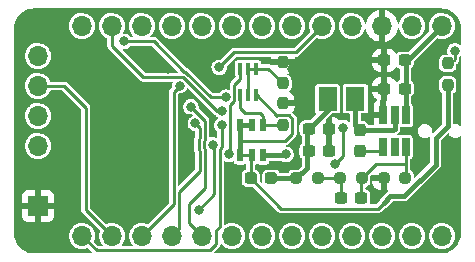
<source format=gbl>
G04 #@! TF.GenerationSoftware,KiCad,Pcbnew,(6.0.11)*
G04 #@! TF.CreationDate,2023-03-04T17:47:10+01:00*
G04 #@! TF.ProjectId,ATMEGA328P_AU_BreadboardAdapter,41544d45-4741-4333-9238-505f41555f42,rev?*
G04 #@! TF.SameCoordinates,Original*
G04 #@! TF.FileFunction,Copper,L2,Bot*
G04 #@! TF.FilePolarity,Positive*
%FSLAX46Y46*%
G04 Gerber Fmt 4.6, Leading zero omitted, Abs format (unit mm)*
G04 Created by KiCad (PCBNEW (6.0.11)) date 2023-03-04 17:47:10*
%MOMM*%
%LPD*%
G01*
G04 APERTURE LIST*
G04 Aperture macros list*
%AMRoundRect*
0 Rectangle with rounded corners*
0 $1 Rounding radius*
0 $2 $3 $4 $5 $6 $7 $8 $9 X,Y pos of 4 corners*
0 Add a 4 corners polygon primitive as box body*
4,1,4,$2,$3,$4,$5,$6,$7,$8,$9,$2,$3,0*
0 Add four circle primitives for the rounded corners*
1,1,$1+$1,$2,$3*
1,1,$1+$1,$4,$5*
1,1,$1+$1,$6,$7*
1,1,$1+$1,$8,$9*
0 Add four rect primitives between the rounded corners*
20,1,$1+$1,$2,$3,$4,$5,0*
20,1,$1+$1,$4,$5,$6,$7,0*
20,1,$1+$1,$6,$7,$8,$9,0*
20,1,$1+$1,$8,$9,$2,$3,0*%
G04 Aperture macros list end*
G04 #@! TA.AperFunction,SMDPad,CuDef*
%ADD10R,1.650000X2.000000*%
G04 #@! TD*
G04 #@! TA.AperFunction,SMDPad,CuDef*
%ADD11R,0.400000X1.000000*%
G04 #@! TD*
G04 #@! TA.AperFunction,ComponentPad*
%ADD12O,1.700000X1.700000*%
G04 #@! TD*
G04 #@! TA.AperFunction,SMDPad,CuDef*
%ADD13R,0.650000X1.560000*%
G04 #@! TD*
G04 #@! TA.AperFunction,SMDPad,CuDef*
%ADD14RoundRect,0.237500X-0.237500X0.250000X-0.237500X-0.250000X0.237500X-0.250000X0.237500X0.250000X0*%
G04 #@! TD*
G04 #@! TA.AperFunction,SMDPad,CuDef*
%ADD15RoundRect,0.237500X0.250000X0.237500X-0.250000X0.237500X-0.250000X-0.237500X0.250000X-0.237500X0*%
G04 #@! TD*
G04 #@! TA.AperFunction,SMDPad,CuDef*
%ADD16RoundRect,0.237500X0.237500X-0.250000X0.237500X0.250000X-0.237500X0.250000X-0.237500X-0.250000X0*%
G04 #@! TD*
G04 #@! TA.AperFunction,SMDPad,CuDef*
%ADD17RoundRect,0.237500X-0.250000X-0.237500X0.250000X-0.237500X0.250000X0.237500X-0.250000X0.237500X0*%
G04 #@! TD*
G04 #@! TA.AperFunction,SMDPad,CuDef*
%ADD18R,0.550000X1.050000*%
G04 #@! TD*
G04 #@! TA.AperFunction,SMDPad,CuDef*
%ADD19RoundRect,0.237500X0.287500X0.237500X-0.287500X0.237500X-0.287500X-0.237500X0.287500X-0.237500X0*%
G04 #@! TD*
G04 #@! TA.AperFunction,SMDPad,CuDef*
%ADD20RoundRect,0.237500X0.300000X0.237500X-0.300000X0.237500X-0.300000X-0.237500X0.300000X-0.237500X0*%
G04 #@! TD*
G04 #@! TA.AperFunction,SMDPad,CuDef*
%ADD21RoundRect,0.237500X-0.300000X-0.237500X0.300000X-0.237500X0.300000X0.237500X-0.300000X0.237500X0*%
G04 #@! TD*
G04 #@! TA.AperFunction,SMDPad,CuDef*
%ADD22RoundRect,0.237500X-0.237500X0.300000X-0.237500X-0.300000X0.237500X-0.300000X0.237500X0.300000X0*%
G04 #@! TD*
G04 #@! TA.AperFunction,ComponentPad*
%ADD23R,1.700000X1.700000*%
G04 #@! TD*
G04 #@! TA.AperFunction,ViaPad*
%ADD24C,0.800000*%
G04 #@! TD*
G04 #@! TA.AperFunction,Conductor*
%ADD25C,0.250000*%
G04 #@! TD*
G04 #@! TA.AperFunction,Conductor*
%ADD26C,0.400000*%
G04 #@! TD*
G04 APERTURE END LIST*
D10*
X186675000Y-79150000D03*
X184325000Y-79150000D03*
D11*
X178250000Y-78800000D03*
X177600000Y-78800000D03*
X176950000Y-78800000D03*
X176950000Y-76600000D03*
X177600000Y-76600000D03*
X178250000Y-76600000D03*
D12*
X194030000Y-90780000D03*
X191490000Y-90780000D03*
X188950000Y-90780000D03*
X186410000Y-90780000D03*
X183870000Y-90780000D03*
X181330000Y-90780000D03*
X178790000Y-90780000D03*
X176250000Y-90780000D03*
X173710000Y-90780000D03*
X171170000Y-90780000D03*
X168630000Y-90780000D03*
X166090000Y-90780000D03*
X163550000Y-90780000D03*
X194000000Y-73000000D03*
X191460000Y-73000000D03*
X188920000Y-73000000D03*
X186380000Y-73000000D03*
X183840000Y-73000000D03*
X181300000Y-73000000D03*
X178760000Y-73000000D03*
X176220000Y-73000000D03*
X173680000Y-73000000D03*
X171140000Y-73000000D03*
X168600000Y-73000000D03*
X166060000Y-73000000D03*
X163520000Y-73000000D03*
D13*
X189050000Y-80550000D03*
X190000000Y-80550000D03*
X190950000Y-80550000D03*
X190950000Y-83250000D03*
X190000000Y-83250000D03*
X189050000Y-83250000D03*
D14*
X180550000Y-81362500D03*
X180550000Y-79537500D03*
X180550000Y-77862500D03*
X180550000Y-76037500D03*
D15*
X189087500Y-85900000D03*
X190912500Y-85900000D03*
D16*
X194500000Y-77987500D03*
X194500000Y-76162500D03*
D17*
X185387500Y-85900000D03*
X187212500Y-85900000D03*
X183512500Y-85900000D03*
X181687500Y-85900000D03*
D18*
X176950000Y-81350000D03*
X177900000Y-81350000D03*
X178850000Y-81350000D03*
X178850000Y-83950000D03*
X177900000Y-83950000D03*
X176950000Y-83950000D03*
D19*
X179575000Y-85900000D03*
X177825000Y-85900000D03*
D20*
X185437500Y-87550000D03*
X187162500Y-87550000D03*
D21*
X190862500Y-78300000D03*
X189137500Y-78300000D03*
X190862500Y-75900000D03*
X189137500Y-75900000D03*
D20*
X184462500Y-81700000D03*
X182737500Y-81700000D03*
X182737500Y-83600000D03*
X184462500Y-83600000D03*
D22*
X187100000Y-81837500D03*
X187100000Y-83562500D03*
D23*
X159800000Y-88240000D03*
D12*
X159800000Y-83160000D03*
X159800000Y-80620000D03*
X159800000Y-78080000D03*
X159800000Y-75540000D03*
D24*
X169900000Y-88200000D03*
X192575000Y-80825000D03*
X195200000Y-74000000D03*
X158525000Y-73675000D03*
X163275000Y-75575000D03*
X181325498Y-76625000D03*
X180100000Y-74200000D03*
X183900000Y-75700000D03*
X184950000Y-84700000D03*
X185650000Y-81600000D03*
X190250000Y-88200000D03*
X188400000Y-87550000D03*
X194450000Y-88100000D03*
X173150000Y-76000000D03*
X170800000Y-76600000D03*
X159050000Y-91350000D03*
X166850000Y-87900000D03*
X169800000Y-84600000D03*
X172500000Y-82150000D03*
X172700000Y-84250000D03*
X175375500Y-81400000D03*
X174596870Y-83048583D03*
X173443511Y-88568109D03*
X169900000Y-79750000D03*
X167500000Y-82300000D03*
X175150000Y-76500000D03*
X175980000Y-83870000D03*
X180820000Y-83870000D03*
X195100000Y-75100000D03*
X175700000Y-79019502D03*
X167100000Y-74300000D03*
X175375500Y-80185819D03*
X171800000Y-78060000D03*
X173135451Y-81240049D03*
X172750000Y-79830000D03*
D25*
X185437500Y-87550000D02*
X185437500Y-85950000D01*
X185437500Y-85950000D02*
X185387500Y-85900000D01*
X188600000Y-88450000D02*
X189100000Y-87950000D01*
X180375000Y-88450000D02*
X188600000Y-88450000D01*
X177825000Y-85900000D02*
X180375000Y-88450000D01*
D26*
X189650000Y-87400000D02*
X189100000Y-87950000D01*
X190801561Y-87400000D02*
X189650000Y-87400000D01*
X193475000Y-84726561D02*
X190801561Y-87400000D01*
X193475000Y-82450000D02*
X193475000Y-84726561D01*
X194500000Y-81425000D02*
X193475000Y-82450000D01*
X194500000Y-77987500D02*
X194500000Y-81425000D01*
D25*
X185650000Y-84000000D02*
X184950000Y-84700000D01*
X185650000Y-81600000D02*
X185650000Y-84000000D01*
D26*
X182600000Y-81837500D02*
X182737500Y-81700000D01*
X182600000Y-84987500D02*
X182600000Y-81837500D01*
X184325000Y-79150000D02*
X184325000Y-80112500D01*
X184325000Y-80112500D02*
X182737500Y-81700000D01*
X186675000Y-81412500D02*
X187100000Y-81837500D01*
X186675000Y-79150000D02*
X186675000Y-81412500D01*
D25*
X179287500Y-76600000D02*
X180550000Y-77862500D01*
X178250000Y-76600000D02*
X179287500Y-76600000D01*
X177600000Y-76600000D02*
X178250000Y-76600000D01*
X177600000Y-78800000D02*
X177600000Y-76600000D01*
X181350000Y-82100000D02*
X180700000Y-82750000D01*
X181350000Y-80879505D02*
X181350000Y-82100000D01*
X181020495Y-80550000D02*
X181350000Y-80879505D01*
X180700000Y-82750000D02*
X176950000Y-82750000D01*
X180049753Y-80579753D02*
X180079505Y-80550000D01*
X178250000Y-78780000D02*
X180049753Y-80579753D01*
X180079505Y-80550000D02*
X181020495Y-80550000D01*
X176950000Y-77450000D02*
X176425000Y-77975000D01*
X176950000Y-76750000D02*
X176950000Y-77450000D01*
X187162500Y-85950000D02*
X187212500Y-85900000D01*
X187162500Y-87550000D02*
X187162500Y-85950000D01*
X178850000Y-80600000D02*
X178850000Y-81350000D01*
X178600000Y-80350000D02*
X178850000Y-80600000D01*
X176950000Y-79950000D02*
X177350000Y-80350000D01*
X176950000Y-79030000D02*
X176950000Y-79950000D01*
X177350000Y-80350000D02*
X178600000Y-80350000D01*
X176425000Y-79319807D02*
X176425000Y-77975000D01*
X181615000Y-75225000D02*
X183840000Y-73000000D01*
X176425000Y-75225000D02*
X181615000Y-75225000D01*
X175150000Y-76500000D02*
X176425000Y-75225000D01*
X171750000Y-90200000D02*
X171170000Y-90780000D01*
X171750000Y-87050000D02*
X171750000Y-90200000D01*
X173500000Y-85300000D02*
X171750000Y-87050000D01*
X173421870Y-83535284D02*
X173500000Y-83613414D01*
X173421870Y-82561882D02*
X173421870Y-83535284D01*
X173500000Y-82483752D02*
X173421870Y-82561882D01*
X173500000Y-83613414D02*
X173500000Y-85300000D01*
X173500000Y-81604598D02*
X173500000Y-82483752D01*
X173135451Y-81240049D02*
X173500000Y-81604598D01*
X172600000Y-89670000D02*
X173710000Y-90780000D01*
X173871870Y-83348888D02*
X173950000Y-83427018D01*
X173871870Y-82748278D02*
X173871870Y-83348888D01*
X173950000Y-82670148D02*
X173871870Y-82748278D01*
X173950000Y-81030000D02*
X173950000Y-82670148D01*
X173950000Y-86700000D02*
X172600000Y-88050000D01*
X172600000Y-88050000D02*
X172600000Y-89670000D01*
X172750000Y-79830000D02*
X173950000Y-81030000D01*
X173950000Y-83427018D02*
X173950000Y-86700000D01*
X174750000Y-87261620D02*
X173443511Y-88568109D01*
X174750000Y-83201713D02*
X174750000Y-87261620D01*
X174596870Y-83048583D02*
X174750000Y-83201713D01*
X164770000Y-92000000D02*
X163550000Y-90780000D01*
X174885000Y-91465000D02*
X174350000Y-92000000D01*
X175200000Y-89978299D02*
X174885000Y-90293299D01*
X174885000Y-90293299D02*
X174885000Y-91465000D01*
X174350000Y-92000000D02*
X164770000Y-92000000D01*
X175375500Y-83274500D02*
X175200000Y-83450000D01*
X175200000Y-83450000D02*
X175200000Y-89978299D01*
X175375500Y-81400000D02*
X175375500Y-83274500D01*
X171300000Y-88110000D02*
X171300000Y-78560000D01*
X168630000Y-90780000D02*
X171300000Y-88110000D01*
X171300000Y-78560000D02*
X171800000Y-78060000D01*
X162030000Y-78080000D02*
X159800000Y-78080000D01*
X163850000Y-79900000D02*
X162030000Y-78080000D01*
X163850000Y-88540000D02*
X163850000Y-79900000D01*
X166090000Y-90780000D02*
X163850000Y-88540000D01*
X175980000Y-83870000D02*
X176100000Y-83750000D01*
X176100000Y-79644807D02*
X176425000Y-79319807D01*
X176100000Y-83750000D02*
X176100000Y-79644807D01*
X166060000Y-74660000D02*
X166060000Y-73000000D01*
X168735000Y-77335000D02*
X166060000Y-74660000D01*
X175375500Y-80185819D02*
X174951124Y-80185819D01*
X174951124Y-80185819D02*
X172100305Y-77335000D01*
X172100305Y-77335000D02*
X168735000Y-77335000D01*
X172185000Y-76885000D02*
X169600000Y-74300000D01*
X172286701Y-76885000D02*
X172185000Y-76885000D01*
X169600000Y-74300000D02*
X167100000Y-74300000D01*
X174421203Y-79019502D02*
X172286701Y-76885000D01*
X175700000Y-79019502D02*
X174421203Y-79019502D01*
X180550000Y-81362500D02*
X178862500Y-81362500D01*
D26*
X176950000Y-82750000D02*
X176950000Y-81350000D01*
X176950000Y-83950000D02*
X176950000Y-82750000D01*
X180740000Y-83950000D02*
X180820000Y-83870000D01*
X178850000Y-83950000D02*
X180740000Y-83950000D01*
D25*
X177900000Y-83950000D02*
X176950000Y-83950000D01*
D26*
X176950000Y-81350000D02*
X177900000Y-81350000D01*
D25*
X177825000Y-84025000D02*
X177900000Y-83950000D01*
X177825000Y-85900000D02*
X177825000Y-84025000D01*
D26*
X182600000Y-84987500D02*
X181687500Y-85900000D01*
X179575000Y-85900000D02*
X181687500Y-85900000D01*
D25*
X188462500Y-84650000D02*
X190950000Y-84650000D01*
X190950000Y-84650000D02*
X190950000Y-83250000D01*
X187212500Y-85900000D02*
X188462500Y-84650000D01*
X190950000Y-85862500D02*
X190950000Y-84650000D01*
X190912500Y-85900000D02*
X190950000Y-85862500D01*
X183512500Y-85900000D02*
X185387500Y-85900000D01*
D26*
X189892500Y-81837500D02*
X187100000Y-81837500D01*
X190000000Y-81730000D02*
X189892500Y-81837500D01*
X190000000Y-80550000D02*
X190000000Y-81730000D01*
D25*
X187100000Y-83562500D02*
X188737500Y-83562500D01*
X188737500Y-83562500D02*
X189050000Y-83250000D01*
X195100000Y-75812500D02*
X195012500Y-75900000D01*
X195100000Y-75100000D02*
X195100000Y-75812500D01*
D26*
X191100000Y-75900000D02*
X194000000Y-73000000D01*
X190862500Y-75900000D02*
X191100000Y-75900000D01*
X190950000Y-75987500D02*
X190862500Y-75900000D01*
X190950000Y-80550000D02*
X190950000Y-75987500D01*
G04 #@! TA.AperFunction,Conductor*
G36*
X194581156Y-82069335D02*
G01*
X194594704Y-82089611D01*
X194634369Y-82185368D01*
X194637464Y-82192841D01*
X194733718Y-82318282D01*
X194859159Y-82414536D01*
X194862942Y-82416103D01*
X195001452Y-82473476D01*
X195001453Y-82473476D01*
X195005238Y-82475044D01*
X195009300Y-82475579D01*
X195009301Y-82475579D01*
X195120608Y-82490233D01*
X195120614Y-82490233D01*
X195122639Y-82490500D01*
X195201361Y-82490500D01*
X195203386Y-82490233D01*
X195203392Y-82490233D01*
X195314699Y-82475579D01*
X195314700Y-82475579D01*
X195318762Y-82475044D01*
X195322547Y-82473476D01*
X195322548Y-82473476D01*
X195461058Y-82416103D01*
X195464841Y-82414536D01*
X195468087Y-82412045D01*
X195468091Y-82412043D01*
X195548953Y-82349996D01*
X195595158Y-82337616D01*
X195636585Y-82361534D01*
X195649500Y-82399581D01*
X195649500Y-90469171D01*
X195648299Y-90481364D01*
X195644592Y-90500000D01*
X195646560Y-90509896D01*
X195647602Y-90526541D01*
X195643675Y-90581446D01*
X195632012Y-90744522D01*
X195630743Y-90753345D01*
X195586729Y-90955677D01*
X195579583Y-90988525D01*
X195577070Y-90997082D01*
X195492963Y-91222580D01*
X195489259Y-91230691D01*
X195373916Y-91441926D01*
X195369095Y-91449428D01*
X195224861Y-91642103D01*
X195219021Y-91648842D01*
X195048842Y-91819021D01*
X195042103Y-91824861D01*
X194849428Y-91969095D01*
X194841926Y-91973916D01*
X194630691Y-92089259D01*
X194622580Y-92092963D01*
X194397082Y-92177070D01*
X194388528Y-92179582D01*
X194153345Y-92230743D01*
X194144524Y-92232012D01*
X193926541Y-92247602D01*
X193909896Y-92246560D01*
X193900000Y-92244592D01*
X193881852Y-92248202D01*
X193881364Y-92248299D01*
X193869171Y-92249500D01*
X174782425Y-92249500D01*
X174738231Y-92231194D01*
X174719925Y-92187000D01*
X174738231Y-92142806D01*
X175117468Y-91763569D01*
X175127760Y-91755257D01*
X175136870Y-91749375D01*
X175136873Y-91749373D01*
X175141210Y-91746572D01*
X175164049Y-91717601D01*
X175168937Y-91712100D01*
X175172575Y-91708462D01*
X175184526Y-91691738D01*
X175186295Y-91689382D01*
X175215403Y-91652459D01*
X175218603Y-91648400D01*
X175220315Y-91643524D01*
X175222175Y-91640141D01*
X175223869Y-91636682D01*
X175226872Y-91632481D01*
X175241828Y-91582473D01*
X175242736Y-91579679D01*
X175258720Y-91534164D01*
X175258721Y-91534160D01*
X175260023Y-91530452D01*
X175260500Y-91524945D01*
X175260500Y-91524631D01*
X175260844Y-91520566D01*
X175261211Y-91517659D01*
X175262690Y-91512714D01*
X175261705Y-91487642D01*
X175278262Y-91442763D01*
X175321703Y-91422736D01*
X175366582Y-91439293D01*
X175375195Y-91449115D01*
X175409588Y-91497780D01*
X175411642Y-91499781D01*
X175411643Y-91499782D01*
X175472748Y-91559307D01*
X175554466Y-91638913D01*
X175722637Y-91751282D01*
X175823889Y-91794783D01*
X175905830Y-91829988D01*
X175905832Y-91829989D01*
X175908470Y-91831122D01*
X176008502Y-91853757D01*
X176102950Y-91875129D01*
X176102953Y-91875129D01*
X176105740Y-91875760D01*
X176194802Y-91879259D01*
X176304982Y-91883588D01*
X176304986Y-91883588D01*
X176307842Y-91883700D01*
X176508007Y-91854678D01*
X176699531Y-91789664D01*
X176876001Y-91690837D01*
X176922146Y-91652459D01*
X177029307Y-91563333D01*
X177031505Y-91561505D01*
X177060589Y-91526536D01*
X177159006Y-91408203D01*
X177159008Y-91408200D01*
X177160837Y-91406001D01*
X177259664Y-91229531D01*
X177324678Y-91038007D01*
X177353700Y-90837842D01*
X177355215Y-90780000D01*
X177354459Y-90771764D01*
X177352557Y-90751069D01*
X177685164Y-90751069D01*
X177698392Y-90952894D01*
X177699099Y-90955677D01*
X177719288Y-91035171D01*
X177748178Y-91148928D01*
X177832856Y-91332607D01*
X177949588Y-91497780D01*
X177951642Y-91499781D01*
X177951643Y-91499782D01*
X178012748Y-91559307D01*
X178094466Y-91638913D01*
X178262637Y-91751282D01*
X178363889Y-91794783D01*
X178445830Y-91829988D01*
X178445832Y-91829989D01*
X178448470Y-91831122D01*
X178548502Y-91853757D01*
X178642950Y-91875129D01*
X178642953Y-91875129D01*
X178645740Y-91875760D01*
X178734802Y-91879259D01*
X178844982Y-91883588D01*
X178844986Y-91883588D01*
X178847842Y-91883700D01*
X179048007Y-91854678D01*
X179239531Y-91789664D01*
X179416001Y-91690837D01*
X179462146Y-91652459D01*
X179569307Y-91563333D01*
X179571505Y-91561505D01*
X179600589Y-91526536D01*
X179699006Y-91408203D01*
X179699008Y-91408200D01*
X179700837Y-91406001D01*
X179799664Y-91229531D01*
X179864678Y-91038007D01*
X179893700Y-90837842D01*
X179895215Y-90780000D01*
X179894459Y-90771764D01*
X179892557Y-90751069D01*
X180225164Y-90751069D01*
X180238392Y-90952894D01*
X180239099Y-90955677D01*
X180259288Y-91035171D01*
X180288178Y-91148928D01*
X180372856Y-91332607D01*
X180489588Y-91497780D01*
X180491642Y-91499781D01*
X180491643Y-91499782D01*
X180552748Y-91559307D01*
X180634466Y-91638913D01*
X180802637Y-91751282D01*
X180903889Y-91794783D01*
X180985830Y-91829988D01*
X180985832Y-91829989D01*
X180988470Y-91831122D01*
X181088502Y-91853757D01*
X181182950Y-91875129D01*
X181182953Y-91875129D01*
X181185740Y-91875760D01*
X181274802Y-91879259D01*
X181384982Y-91883588D01*
X181384986Y-91883588D01*
X181387842Y-91883700D01*
X181588007Y-91854678D01*
X181779531Y-91789664D01*
X181956001Y-91690837D01*
X182002146Y-91652459D01*
X182109307Y-91563333D01*
X182111505Y-91561505D01*
X182140589Y-91526536D01*
X182239006Y-91408203D01*
X182239008Y-91408200D01*
X182240837Y-91406001D01*
X182339664Y-91229531D01*
X182404678Y-91038007D01*
X182433700Y-90837842D01*
X182435215Y-90780000D01*
X182434459Y-90771764D01*
X182432557Y-90751069D01*
X182765164Y-90751069D01*
X182778392Y-90952894D01*
X182779099Y-90955677D01*
X182799288Y-91035171D01*
X182828178Y-91148928D01*
X182912856Y-91332607D01*
X183029588Y-91497780D01*
X183031642Y-91499781D01*
X183031643Y-91499782D01*
X183092748Y-91559307D01*
X183174466Y-91638913D01*
X183342637Y-91751282D01*
X183443889Y-91794783D01*
X183525830Y-91829988D01*
X183525832Y-91829989D01*
X183528470Y-91831122D01*
X183628502Y-91853757D01*
X183722950Y-91875129D01*
X183722953Y-91875129D01*
X183725740Y-91875760D01*
X183814802Y-91879259D01*
X183924982Y-91883588D01*
X183924986Y-91883588D01*
X183927842Y-91883700D01*
X184128007Y-91854678D01*
X184319531Y-91789664D01*
X184496001Y-91690837D01*
X184542146Y-91652459D01*
X184649307Y-91563333D01*
X184651505Y-91561505D01*
X184680589Y-91526536D01*
X184779006Y-91408203D01*
X184779008Y-91408200D01*
X184780837Y-91406001D01*
X184879664Y-91229531D01*
X184944678Y-91038007D01*
X184973700Y-90837842D01*
X184975215Y-90780000D01*
X184974459Y-90771764D01*
X184972557Y-90751069D01*
X185305164Y-90751069D01*
X185318392Y-90952894D01*
X185319099Y-90955677D01*
X185339288Y-91035171D01*
X185368178Y-91148928D01*
X185452856Y-91332607D01*
X185569588Y-91497780D01*
X185571642Y-91499781D01*
X185571643Y-91499782D01*
X185632748Y-91559307D01*
X185714466Y-91638913D01*
X185882637Y-91751282D01*
X185983889Y-91794783D01*
X186065830Y-91829988D01*
X186065832Y-91829989D01*
X186068470Y-91831122D01*
X186168502Y-91853757D01*
X186262950Y-91875129D01*
X186262953Y-91875129D01*
X186265740Y-91875760D01*
X186354802Y-91879259D01*
X186464982Y-91883588D01*
X186464986Y-91883588D01*
X186467842Y-91883700D01*
X186668007Y-91854678D01*
X186859531Y-91789664D01*
X187036001Y-91690837D01*
X187082146Y-91652459D01*
X187189307Y-91563333D01*
X187191505Y-91561505D01*
X187220589Y-91526536D01*
X187319006Y-91408203D01*
X187319008Y-91408200D01*
X187320837Y-91406001D01*
X187419664Y-91229531D01*
X187484678Y-91038007D01*
X187513700Y-90837842D01*
X187515215Y-90780000D01*
X187514459Y-90771764D01*
X187512557Y-90751069D01*
X187845164Y-90751069D01*
X187858392Y-90952894D01*
X187859099Y-90955677D01*
X187879288Y-91035171D01*
X187908178Y-91148928D01*
X187992856Y-91332607D01*
X188109588Y-91497780D01*
X188111642Y-91499781D01*
X188111643Y-91499782D01*
X188172748Y-91559307D01*
X188254466Y-91638913D01*
X188422637Y-91751282D01*
X188523889Y-91794783D01*
X188605830Y-91829988D01*
X188605832Y-91829989D01*
X188608470Y-91831122D01*
X188708502Y-91853757D01*
X188802950Y-91875129D01*
X188802953Y-91875129D01*
X188805740Y-91875760D01*
X188894802Y-91879259D01*
X189004982Y-91883588D01*
X189004986Y-91883588D01*
X189007842Y-91883700D01*
X189208007Y-91854678D01*
X189399531Y-91789664D01*
X189576001Y-91690837D01*
X189622146Y-91652459D01*
X189729307Y-91563333D01*
X189731505Y-91561505D01*
X189760589Y-91526536D01*
X189859006Y-91408203D01*
X189859008Y-91408200D01*
X189860837Y-91406001D01*
X189959664Y-91229531D01*
X190024678Y-91038007D01*
X190053700Y-90837842D01*
X190055215Y-90780000D01*
X190054459Y-90771764D01*
X190052557Y-90751069D01*
X190385164Y-90751069D01*
X190398392Y-90952894D01*
X190399099Y-90955677D01*
X190419288Y-91035171D01*
X190448178Y-91148928D01*
X190532856Y-91332607D01*
X190649588Y-91497780D01*
X190651642Y-91499781D01*
X190651643Y-91499782D01*
X190712748Y-91559307D01*
X190794466Y-91638913D01*
X190962637Y-91751282D01*
X191063889Y-91794783D01*
X191145830Y-91829988D01*
X191145832Y-91829989D01*
X191148470Y-91831122D01*
X191248502Y-91853757D01*
X191342950Y-91875129D01*
X191342953Y-91875129D01*
X191345740Y-91875760D01*
X191434802Y-91879259D01*
X191544982Y-91883588D01*
X191544986Y-91883588D01*
X191547842Y-91883700D01*
X191748007Y-91854678D01*
X191939531Y-91789664D01*
X192116001Y-91690837D01*
X192162146Y-91652459D01*
X192269307Y-91563333D01*
X192271505Y-91561505D01*
X192300589Y-91526536D01*
X192399006Y-91408203D01*
X192399008Y-91408200D01*
X192400837Y-91406001D01*
X192499664Y-91229531D01*
X192564678Y-91038007D01*
X192593700Y-90837842D01*
X192595215Y-90780000D01*
X192594459Y-90771764D01*
X192592557Y-90751069D01*
X192925164Y-90751069D01*
X192938392Y-90952894D01*
X192939099Y-90955677D01*
X192959288Y-91035171D01*
X192988178Y-91148928D01*
X193072856Y-91332607D01*
X193189588Y-91497780D01*
X193191642Y-91499781D01*
X193191643Y-91499782D01*
X193252748Y-91559307D01*
X193334466Y-91638913D01*
X193502637Y-91751282D01*
X193603889Y-91794783D01*
X193685830Y-91829988D01*
X193685832Y-91829989D01*
X193688470Y-91831122D01*
X193788502Y-91853757D01*
X193882950Y-91875129D01*
X193882953Y-91875129D01*
X193885740Y-91875760D01*
X193974802Y-91879259D01*
X194084982Y-91883588D01*
X194084986Y-91883588D01*
X194087842Y-91883700D01*
X194288007Y-91854678D01*
X194479531Y-91789664D01*
X194656001Y-91690837D01*
X194702146Y-91652459D01*
X194809307Y-91563333D01*
X194811505Y-91561505D01*
X194840589Y-91526536D01*
X194939006Y-91408203D01*
X194939008Y-91408200D01*
X194940837Y-91406001D01*
X195039664Y-91229531D01*
X195104678Y-91038007D01*
X195133700Y-90837842D01*
X195135215Y-90780000D01*
X195134459Y-90771764D01*
X195116970Y-90581446D01*
X195116708Y-90578591D01*
X195108705Y-90550213D01*
X195062585Y-90386683D01*
X195062583Y-90386679D01*
X195061807Y-90383926D01*
X195010818Y-90280531D01*
X194973619Y-90205098D01*
X194973618Y-90205097D01*
X194972351Y-90202527D01*
X194970633Y-90200226D01*
X194853052Y-90042766D01*
X194853051Y-90042764D01*
X194851335Y-90040467D01*
X194702812Y-89903174D01*
X194531757Y-89795246D01*
X194350498Y-89722931D01*
X194346555Y-89721358D01*
X194343898Y-89720298D01*
X194341092Y-89719740D01*
X194341089Y-89719739D01*
X194148332Y-89681397D01*
X194148330Y-89681397D01*
X194145526Y-89680839D01*
X194050350Y-89679593D01*
X193946148Y-89678229D01*
X193946143Y-89678229D01*
X193943286Y-89678192D01*
X193940465Y-89678677D01*
X193940461Y-89678677D01*
X193824884Y-89698537D01*
X193743949Y-89712444D01*
X193741263Y-89713435D01*
X193741256Y-89713437D01*
X193556881Y-89781457D01*
X193556878Y-89781459D01*
X193554193Y-89782449D01*
X193380371Y-89885862D01*
X193289416Y-89965627D01*
X193246753Y-90003042D01*
X193228305Y-90019220D01*
X193103089Y-90178057D01*
X193008914Y-90357053D01*
X193008067Y-90359780D01*
X193008066Y-90359783D01*
X192974101Y-90469171D01*
X192948937Y-90550213D01*
X192925164Y-90751069D01*
X192592557Y-90751069D01*
X192576970Y-90581446D01*
X192576708Y-90578591D01*
X192568705Y-90550213D01*
X192522585Y-90386683D01*
X192522583Y-90386679D01*
X192521807Y-90383926D01*
X192470818Y-90280531D01*
X192433619Y-90205098D01*
X192433618Y-90205097D01*
X192432351Y-90202527D01*
X192430633Y-90200226D01*
X192313052Y-90042766D01*
X192313051Y-90042764D01*
X192311335Y-90040467D01*
X192162812Y-89903174D01*
X191991757Y-89795246D01*
X191810498Y-89722931D01*
X191806555Y-89721358D01*
X191803898Y-89720298D01*
X191801092Y-89719740D01*
X191801089Y-89719739D01*
X191608332Y-89681397D01*
X191608330Y-89681397D01*
X191605526Y-89680839D01*
X191510350Y-89679593D01*
X191406148Y-89678229D01*
X191406143Y-89678229D01*
X191403286Y-89678192D01*
X191400465Y-89678677D01*
X191400461Y-89678677D01*
X191284884Y-89698537D01*
X191203949Y-89712444D01*
X191201263Y-89713435D01*
X191201256Y-89713437D01*
X191016881Y-89781457D01*
X191016878Y-89781459D01*
X191014193Y-89782449D01*
X190840371Y-89885862D01*
X190749416Y-89965627D01*
X190706753Y-90003042D01*
X190688305Y-90019220D01*
X190563089Y-90178057D01*
X190468914Y-90357053D01*
X190468067Y-90359780D01*
X190468066Y-90359783D01*
X190434101Y-90469171D01*
X190408937Y-90550213D01*
X190385164Y-90751069D01*
X190052557Y-90751069D01*
X190036970Y-90581446D01*
X190036708Y-90578591D01*
X190028705Y-90550213D01*
X189982585Y-90386683D01*
X189982583Y-90386679D01*
X189981807Y-90383926D01*
X189930818Y-90280531D01*
X189893619Y-90205098D01*
X189893618Y-90205097D01*
X189892351Y-90202527D01*
X189890633Y-90200226D01*
X189773052Y-90042766D01*
X189773051Y-90042764D01*
X189771335Y-90040467D01*
X189622812Y-89903174D01*
X189451757Y-89795246D01*
X189270498Y-89722931D01*
X189266555Y-89721358D01*
X189263898Y-89720298D01*
X189261092Y-89719740D01*
X189261089Y-89719739D01*
X189068332Y-89681397D01*
X189068330Y-89681397D01*
X189065526Y-89680839D01*
X188970350Y-89679593D01*
X188866148Y-89678229D01*
X188866143Y-89678229D01*
X188863286Y-89678192D01*
X188860465Y-89678677D01*
X188860461Y-89678677D01*
X188744884Y-89698537D01*
X188663949Y-89712444D01*
X188661263Y-89713435D01*
X188661256Y-89713437D01*
X188476881Y-89781457D01*
X188476878Y-89781459D01*
X188474193Y-89782449D01*
X188300371Y-89885862D01*
X188209416Y-89965627D01*
X188166753Y-90003042D01*
X188148305Y-90019220D01*
X188023089Y-90178057D01*
X187928914Y-90357053D01*
X187928067Y-90359780D01*
X187928066Y-90359783D01*
X187894101Y-90469171D01*
X187868937Y-90550213D01*
X187845164Y-90751069D01*
X187512557Y-90751069D01*
X187496970Y-90581446D01*
X187496708Y-90578591D01*
X187488705Y-90550213D01*
X187442585Y-90386683D01*
X187442583Y-90386679D01*
X187441807Y-90383926D01*
X187390818Y-90280531D01*
X187353619Y-90205098D01*
X187353618Y-90205097D01*
X187352351Y-90202527D01*
X187350633Y-90200226D01*
X187233052Y-90042766D01*
X187233051Y-90042764D01*
X187231335Y-90040467D01*
X187082812Y-89903174D01*
X186911757Y-89795246D01*
X186730498Y-89722931D01*
X186726555Y-89721358D01*
X186723898Y-89720298D01*
X186721092Y-89719740D01*
X186721089Y-89719739D01*
X186528332Y-89681397D01*
X186528330Y-89681397D01*
X186525526Y-89680839D01*
X186430350Y-89679593D01*
X186326148Y-89678229D01*
X186326143Y-89678229D01*
X186323286Y-89678192D01*
X186320465Y-89678677D01*
X186320461Y-89678677D01*
X186204884Y-89698537D01*
X186123949Y-89712444D01*
X186121263Y-89713435D01*
X186121256Y-89713437D01*
X185936881Y-89781457D01*
X185936878Y-89781459D01*
X185934193Y-89782449D01*
X185760371Y-89885862D01*
X185669416Y-89965627D01*
X185626753Y-90003042D01*
X185608305Y-90019220D01*
X185483089Y-90178057D01*
X185388914Y-90357053D01*
X185388067Y-90359780D01*
X185388066Y-90359783D01*
X185354101Y-90469171D01*
X185328937Y-90550213D01*
X185305164Y-90751069D01*
X184972557Y-90751069D01*
X184956970Y-90581446D01*
X184956708Y-90578591D01*
X184948705Y-90550213D01*
X184902585Y-90386683D01*
X184902583Y-90386679D01*
X184901807Y-90383926D01*
X184850818Y-90280531D01*
X184813619Y-90205098D01*
X184813618Y-90205097D01*
X184812351Y-90202527D01*
X184810633Y-90200226D01*
X184693052Y-90042766D01*
X184693051Y-90042764D01*
X184691335Y-90040467D01*
X184542812Y-89903174D01*
X184371757Y-89795246D01*
X184190498Y-89722931D01*
X184186555Y-89721358D01*
X184183898Y-89720298D01*
X184181092Y-89719740D01*
X184181089Y-89719739D01*
X183988332Y-89681397D01*
X183988330Y-89681397D01*
X183985526Y-89680839D01*
X183890350Y-89679593D01*
X183786148Y-89678229D01*
X183786143Y-89678229D01*
X183783286Y-89678192D01*
X183780465Y-89678677D01*
X183780461Y-89678677D01*
X183664884Y-89698537D01*
X183583949Y-89712444D01*
X183581263Y-89713435D01*
X183581256Y-89713437D01*
X183396881Y-89781457D01*
X183396878Y-89781459D01*
X183394193Y-89782449D01*
X183220371Y-89885862D01*
X183129416Y-89965627D01*
X183086753Y-90003042D01*
X183068305Y-90019220D01*
X182943089Y-90178057D01*
X182848914Y-90357053D01*
X182848067Y-90359780D01*
X182848066Y-90359783D01*
X182814101Y-90469171D01*
X182788937Y-90550213D01*
X182765164Y-90751069D01*
X182432557Y-90751069D01*
X182416970Y-90581446D01*
X182416708Y-90578591D01*
X182408705Y-90550213D01*
X182362585Y-90386683D01*
X182362583Y-90386679D01*
X182361807Y-90383926D01*
X182310818Y-90280531D01*
X182273619Y-90205098D01*
X182273618Y-90205097D01*
X182272351Y-90202527D01*
X182270633Y-90200226D01*
X182153052Y-90042766D01*
X182153051Y-90042764D01*
X182151335Y-90040467D01*
X182002812Y-89903174D01*
X181831757Y-89795246D01*
X181650498Y-89722931D01*
X181646555Y-89721358D01*
X181643898Y-89720298D01*
X181641092Y-89719740D01*
X181641089Y-89719739D01*
X181448332Y-89681397D01*
X181448330Y-89681397D01*
X181445526Y-89680839D01*
X181350350Y-89679593D01*
X181246148Y-89678229D01*
X181246143Y-89678229D01*
X181243286Y-89678192D01*
X181240465Y-89678677D01*
X181240461Y-89678677D01*
X181124884Y-89698537D01*
X181043949Y-89712444D01*
X181041263Y-89713435D01*
X181041256Y-89713437D01*
X180856881Y-89781457D01*
X180856878Y-89781459D01*
X180854193Y-89782449D01*
X180680371Y-89885862D01*
X180589416Y-89965627D01*
X180546753Y-90003042D01*
X180528305Y-90019220D01*
X180403089Y-90178057D01*
X180308914Y-90357053D01*
X180308067Y-90359780D01*
X180308066Y-90359783D01*
X180274101Y-90469171D01*
X180248937Y-90550213D01*
X180225164Y-90751069D01*
X179892557Y-90751069D01*
X179876970Y-90581446D01*
X179876708Y-90578591D01*
X179868705Y-90550213D01*
X179822585Y-90386683D01*
X179822583Y-90386679D01*
X179821807Y-90383926D01*
X179770818Y-90280531D01*
X179733619Y-90205098D01*
X179733618Y-90205097D01*
X179732351Y-90202527D01*
X179730633Y-90200226D01*
X179613052Y-90042766D01*
X179613051Y-90042764D01*
X179611335Y-90040467D01*
X179462812Y-89903174D01*
X179291757Y-89795246D01*
X179110498Y-89722931D01*
X179106555Y-89721358D01*
X179103898Y-89720298D01*
X179101092Y-89719740D01*
X179101089Y-89719739D01*
X178908332Y-89681397D01*
X178908330Y-89681397D01*
X178905526Y-89680839D01*
X178810350Y-89679593D01*
X178706148Y-89678229D01*
X178706143Y-89678229D01*
X178703286Y-89678192D01*
X178700465Y-89678677D01*
X178700461Y-89678677D01*
X178584884Y-89698537D01*
X178503949Y-89712444D01*
X178501263Y-89713435D01*
X178501256Y-89713437D01*
X178316881Y-89781457D01*
X178316878Y-89781459D01*
X178314193Y-89782449D01*
X178140371Y-89885862D01*
X178049416Y-89965627D01*
X178006753Y-90003042D01*
X177988305Y-90019220D01*
X177863089Y-90178057D01*
X177768914Y-90357053D01*
X177768067Y-90359780D01*
X177768066Y-90359783D01*
X177734101Y-90469171D01*
X177708937Y-90550213D01*
X177685164Y-90751069D01*
X177352557Y-90751069D01*
X177336970Y-90581446D01*
X177336708Y-90578591D01*
X177328705Y-90550213D01*
X177282585Y-90386683D01*
X177282583Y-90386679D01*
X177281807Y-90383926D01*
X177230818Y-90280531D01*
X177193619Y-90205098D01*
X177193618Y-90205097D01*
X177192351Y-90202527D01*
X177190633Y-90200226D01*
X177073052Y-90042766D01*
X177073051Y-90042764D01*
X177071335Y-90040467D01*
X176922812Y-89903174D01*
X176751757Y-89795246D01*
X176570498Y-89722931D01*
X176566555Y-89721358D01*
X176563898Y-89720298D01*
X176561092Y-89719740D01*
X176561089Y-89719739D01*
X176368332Y-89681397D01*
X176368330Y-89681397D01*
X176365526Y-89680839D01*
X176270350Y-89679593D01*
X176166148Y-89678229D01*
X176166143Y-89678229D01*
X176163286Y-89678192D01*
X176160465Y-89678677D01*
X176160461Y-89678677D01*
X176044884Y-89698537D01*
X175963949Y-89712444D01*
X175961263Y-89713435D01*
X175961256Y-89713437D01*
X175776881Y-89781457D01*
X175776878Y-89781459D01*
X175774193Y-89782449D01*
X175771733Y-89783912D01*
X175771732Y-89783913D01*
X175669956Y-89844463D01*
X175622615Y-89851327D01*
X175584287Y-89822706D01*
X175575500Y-89790750D01*
X175575500Y-84495663D01*
X175593806Y-84451469D01*
X175638000Y-84433163D01*
X175667821Y-84440737D01*
X175738776Y-84479262D01*
X175742423Y-84480219D01*
X175742426Y-84480220D01*
X175871457Y-84514070D01*
X175891069Y-84519215D01*
X175975067Y-84520535D01*
X176044726Y-84521629D01*
X176044728Y-84521629D01*
X176048495Y-84521688D01*
X176201968Y-84486538D01*
X176205332Y-84484846D01*
X176205335Y-84484845D01*
X176298815Y-84437829D01*
X176333918Y-84420174D01*
X176381625Y-84416671D01*
X176417836Y-84447928D01*
X176424500Y-84476010D01*
X176424500Y-84499674D01*
X176439034Y-84572740D01*
X176494399Y-84655601D01*
X176577260Y-84710966D01*
X176625084Y-84720479D01*
X176647314Y-84724901D01*
X176647315Y-84724901D01*
X176650326Y-84725500D01*
X177249674Y-84725500D01*
X177252685Y-84724901D01*
X177252686Y-84724901D01*
X177274916Y-84720479D01*
X177322740Y-84710966D01*
X177327858Y-84707547D01*
X177327859Y-84707546D01*
X177349422Y-84693138D01*
X177352278Y-84691230D01*
X177399193Y-84681898D01*
X177438967Y-84708474D01*
X177449500Y-84743197D01*
X177449500Y-85130967D01*
X177431194Y-85175161D01*
X177408939Y-85189490D01*
X177304912Y-85228487D01*
X177304910Y-85228488D01*
X177300741Y-85230051D01*
X177188884Y-85313884D01*
X177105051Y-85425741D01*
X177103488Y-85429910D01*
X177103487Y-85429912D01*
X177057358Y-85552964D01*
X177055983Y-85556632D01*
X177049500Y-85616309D01*
X177049501Y-86183690D01*
X177049683Y-86185363D01*
X177049683Y-86185368D01*
X177049867Y-86187064D01*
X177055983Y-86243368D01*
X177057358Y-86247036D01*
X177057359Y-86247040D01*
X177103487Y-86370088D01*
X177105051Y-86374259D01*
X177188884Y-86486116D01*
X177300741Y-86569949D01*
X177304910Y-86571512D01*
X177304912Y-86571513D01*
X177394932Y-86605259D01*
X177431632Y-86619017D01*
X177491309Y-86625500D01*
X177523621Y-86625500D01*
X177993574Y-86625499D01*
X178037768Y-86643805D01*
X179065167Y-87671205D01*
X180076434Y-88682472D01*
X180084743Y-88692760D01*
X180093428Y-88706210D01*
X180097482Y-88709406D01*
X180097484Y-88709408D01*
X180122400Y-88729050D01*
X180127900Y-88733938D01*
X180131538Y-88737576D01*
X180133632Y-88739073D01*
X180133634Y-88739074D01*
X180148272Y-88749534D01*
X180150628Y-88751303D01*
X180183019Y-88776838D01*
X180191600Y-88783603D01*
X180196473Y-88785314D01*
X180199863Y-88787178D01*
X180203319Y-88788871D01*
X180207519Y-88791872D01*
X180212468Y-88793352D01*
X180257500Y-88806820D01*
X180260300Y-88807729D01*
X180305841Y-88823722D01*
X180305847Y-88823723D01*
X180309548Y-88825023D01*
X180313460Y-88825362D01*
X180313461Y-88825362D01*
X180313726Y-88825385D01*
X180313729Y-88825385D01*
X180315055Y-88825500D01*
X180315370Y-88825500D01*
X180319436Y-88825844D01*
X180322336Y-88826210D01*
X180327287Y-88827691D01*
X180381828Y-88825548D01*
X180384281Y-88825500D01*
X188553263Y-88825500D01*
X188566417Y-88826900D01*
X188582066Y-88830269D01*
X188587196Y-88829662D01*
X188587198Y-88829662D01*
X188618702Y-88825933D01*
X188626048Y-88825500D01*
X188631193Y-88825500D01*
X188651495Y-88822121D01*
X188654377Y-88821711D01*
X188706210Y-88815576D01*
X188710869Y-88813339D01*
X188714575Y-88812262D01*
X188718219Y-88811015D01*
X188723313Y-88810167D01*
X188727856Y-88807716D01*
X188727858Y-88807715D01*
X188769247Y-88785382D01*
X188771872Y-88784045D01*
X188786881Y-88776838D01*
X188818900Y-88761463D01*
X188821949Y-88758900D01*
X188822097Y-88758776D01*
X188822106Y-88758768D01*
X188823131Y-88757906D01*
X188823357Y-88757680D01*
X188826469Y-88755053D01*
X188828780Y-88753260D01*
X188833329Y-88750806D01*
X188870371Y-88710734D01*
X188872072Y-88708965D01*
X189175599Y-88405438D01*
X189208565Y-88388149D01*
X189219206Y-88386206D01*
X189242975Y-88381865D01*
X189242977Y-88381864D01*
X189247573Y-88381025D01*
X189367788Y-88318579D01*
X189370493Y-88316269D01*
X189370496Y-88316267D01*
X189371889Y-88315077D01*
X189371891Y-88315075D01*
X189372828Y-88314275D01*
X189818297Y-87868806D01*
X189862491Y-87850500D01*
X190771087Y-87850500D01*
X190778432Y-87850933D01*
X190815871Y-87855364D01*
X190820465Y-87854525D01*
X190820466Y-87854525D01*
X190874562Y-87844645D01*
X190876499Y-87844323D01*
X190935523Y-87835449D01*
X190939740Y-87833424D01*
X190941680Y-87832827D01*
X190941986Y-87832752D01*
X190942320Y-87832644D01*
X190942620Y-87832521D01*
X190944539Y-87831864D01*
X190949134Y-87831025D01*
X190961773Y-87824460D01*
X190992239Y-87808634D01*
X191002057Y-87803534D01*
X191003802Y-87802662D01*
X191053428Y-87778832D01*
X191053430Y-87778831D01*
X191057640Y-87776809D01*
X191061071Y-87773638D01*
X191062755Y-87772493D01*
X191063285Y-87772177D01*
X191066187Y-87770221D01*
X191069349Y-87768579D01*
X191074389Y-87764275D01*
X191112513Y-87726151D01*
X191114282Y-87724450D01*
X191121090Y-87718157D01*
X191157117Y-87684854D01*
X191159464Y-87680814D01*
X191162384Y-87677169D01*
X191162685Y-87677410D01*
X191167459Y-87671205D01*
X193772000Y-85066664D01*
X193777500Y-85061776D01*
X193803444Y-85041323D01*
X193807110Y-85038433D01*
X193841037Y-84989345D01*
X193842171Y-84987758D01*
X193874859Y-84943503D01*
X193874860Y-84943501D01*
X193877635Y-84939744D01*
X193879184Y-84935334D01*
X193880136Y-84933535D01*
X193880296Y-84933273D01*
X193880461Y-84932948D01*
X193880582Y-84932659D01*
X193881477Y-84930832D01*
X193884131Y-84926992D01*
X193902110Y-84870144D01*
X193902731Y-84868281D01*
X193920973Y-84816336D01*
X193920973Y-84816334D01*
X193922520Y-84811930D01*
X193922704Y-84807263D01*
X193923088Y-84805248D01*
X193923239Y-84804651D01*
X193923906Y-84801228D01*
X193924980Y-84797831D01*
X193925260Y-84794278D01*
X193925403Y-84792463D01*
X193925404Y-84792450D01*
X193925500Y-84791224D01*
X193925500Y-84737310D01*
X193925548Y-84734856D01*
X193927655Y-84681236D01*
X193927655Y-84681233D01*
X193927838Y-84676567D01*
X193926641Y-84672053D01*
X193926128Y-84667406D01*
X193926511Y-84667364D01*
X193925500Y-84659602D01*
X193925500Y-82662491D01*
X193943806Y-82618297D01*
X194492768Y-82069335D01*
X194536962Y-82051029D01*
X194581156Y-82069335D01*
G37*
G04 #@! TD.AperFunction*
G04 #@! TA.AperFunction,Conductor*
G36*
X193881364Y-71501701D02*
G01*
X193900000Y-71505408D01*
X193909896Y-71503440D01*
X193926541Y-71502398D01*
X194144524Y-71517988D01*
X194153345Y-71519257D01*
X194388528Y-71570418D01*
X194397082Y-71572930D01*
X194622580Y-71657037D01*
X194630691Y-71660741D01*
X194841926Y-71776084D01*
X194849428Y-71780905D01*
X195042103Y-71925139D01*
X195048842Y-71930979D01*
X195219021Y-72101158D01*
X195224861Y-72107897D01*
X195369095Y-72300572D01*
X195373916Y-72308074D01*
X195489259Y-72519309D01*
X195492963Y-72527420D01*
X195522527Y-72606683D01*
X195573072Y-72742198D01*
X195577070Y-72752918D01*
X195579582Y-72761472D01*
X195588278Y-72801446D01*
X195630743Y-72996652D01*
X195632012Y-73005476D01*
X195644855Y-73185045D01*
X195647602Y-73223456D01*
X195646560Y-73240104D01*
X195644592Y-73250000D01*
X195645793Y-73256038D01*
X195648299Y-73268636D01*
X195649500Y-73280829D01*
X195649500Y-74578911D01*
X195631194Y-74623105D01*
X195587000Y-74641411D01*
X195545423Y-74625576D01*
X195493047Y-74578911D01*
X195473976Y-74561919D01*
X195334831Y-74488245D01*
X195182128Y-74449889D01*
X195178363Y-74449869D01*
X195178361Y-74449869D01*
X195100550Y-74449462D01*
X195024684Y-74449065D01*
X195021020Y-74449945D01*
X195021017Y-74449945D01*
X194948136Y-74467443D01*
X194871588Y-74485820D01*
X194835468Y-74504463D01*
X194735024Y-74556305D01*
X194735021Y-74556307D01*
X194731679Y-74558032D01*
X194728843Y-74560506D01*
X194641142Y-74637013D01*
X194613034Y-74661533D01*
X194610868Y-74664615D01*
X194610867Y-74664616D01*
X194590400Y-74693738D01*
X194522501Y-74790348D01*
X194493461Y-74864833D01*
X194468602Y-74928594D01*
X194465309Y-74937039D01*
X194464817Y-74940776D01*
X194446903Y-75076847D01*
X194444758Y-75093138D01*
X194462035Y-75249633D01*
X194463329Y-75253170D01*
X194463330Y-75253173D01*
X194495295Y-75340521D01*
X194493292Y-75388315D01*
X194458081Y-75420693D01*
X194436602Y-75424500D01*
X194221727Y-75424501D01*
X194216310Y-75424501D01*
X194214637Y-75424683D01*
X194214632Y-75424683D01*
X194188562Y-75427515D01*
X194156632Y-75430983D01*
X194152964Y-75432358D01*
X194152960Y-75432359D01*
X194029912Y-75478487D01*
X194029910Y-75478488D01*
X194025741Y-75480051D01*
X194022177Y-75482722D01*
X193989709Y-75507056D01*
X193913884Y-75563884D01*
X193830051Y-75675741D01*
X193828488Y-75679910D01*
X193828487Y-75679912D01*
X193789655Y-75783500D01*
X193780983Y-75806632D01*
X193774500Y-75866309D01*
X193774501Y-76458690D01*
X193774683Y-76460363D01*
X193774683Y-76460368D01*
X193776274Y-76475014D01*
X193780983Y-76518368D01*
X193782358Y-76522036D01*
X193782359Y-76522040D01*
X193827813Y-76643289D01*
X193830051Y-76649259D01*
X193913884Y-76761116D01*
X194025741Y-76844949D01*
X194029910Y-76846512D01*
X194029912Y-76846513D01*
X194152961Y-76892641D01*
X194156632Y-76894017D01*
X194216309Y-76900500D01*
X194499580Y-76900500D01*
X194783690Y-76900499D01*
X194785363Y-76900317D01*
X194785368Y-76900317D01*
X194815904Y-76897000D01*
X194843368Y-76894017D01*
X194847036Y-76892642D01*
X194847040Y-76892641D01*
X194970088Y-76846513D01*
X194970090Y-76846512D01*
X194974259Y-76844949D01*
X195086116Y-76761116D01*
X195169949Y-76649259D01*
X195172581Y-76642240D01*
X195217642Y-76522036D01*
X195219017Y-76518368D01*
X195225500Y-76458691D01*
X195225500Y-76243925D01*
X195243806Y-76199731D01*
X195332470Y-76111068D01*
X195342761Y-76102756D01*
X195351869Y-76096875D01*
X195356210Y-76094072D01*
X195379050Y-76065100D01*
X195383938Y-76059600D01*
X195387576Y-76055962D01*
X195399534Y-76039228D01*
X195401303Y-76036872D01*
X195430405Y-75999957D01*
X195430406Y-75999956D01*
X195433603Y-75995900D01*
X195435314Y-75991027D01*
X195437178Y-75987637D01*
X195438871Y-75984181D01*
X195441872Y-75979981D01*
X195456820Y-75930000D01*
X195457729Y-75927200D01*
X195473722Y-75881659D01*
X195473723Y-75881653D01*
X195475023Y-75877952D01*
X195475500Y-75872445D01*
X195475500Y-75872130D01*
X195475844Y-75868064D01*
X195476210Y-75865164D01*
X195477691Y-75860213D01*
X195475548Y-75805672D01*
X195475500Y-75803219D01*
X195475500Y-75663612D01*
X195497409Y-75616087D01*
X195546409Y-75574237D01*
X195591904Y-75559455D01*
X195634525Y-75581171D01*
X195649500Y-75621762D01*
X195649500Y-81380419D01*
X195631194Y-81424613D01*
X195587000Y-81442919D01*
X195548953Y-81430004D01*
X195468091Y-81367957D01*
X195468087Y-81367955D01*
X195464841Y-81365464D01*
X195461058Y-81363897D01*
X195322548Y-81306524D01*
X195322547Y-81306524D01*
X195318762Y-81304956D01*
X195314700Y-81304421D01*
X195314699Y-81304421D01*
X195203392Y-81289767D01*
X195203386Y-81289767D01*
X195201361Y-81289500D01*
X195122639Y-81289500D01*
X195120614Y-81289767D01*
X195120608Y-81289767D01*
X195021158Y-81302860D01*
X194974952Y-81290480D01*
X194951035Y-81249053D01*
X194950500Y-81240895D01*
X194950500Y-78719019D01*
X194968806Y-78674825D01*
X194975517Y-78669006D01*
X195008880Y-78644002D01*
X195086116Y-78586116D01*
X195169949Y-78474259D01*
X195172123Y-78468462D01*
X195217642Y-78347036D01*
X195219017Y-78343368D01*
X195225500Y-78283691D01*
X195225499Y-77691310D01*
X195225317Y-77689628D01*
X195219440Y-77635529D01*
X195219440Y-77635528D01*
X195219017Y-77631632D01*
X195217642Y-77627964D01*
X195217641Y-77627960D01*
X195171513Y-77504912D01*
X195171512Y-77504910D01*
X195169949Y-77500741D01*
X195086116Y-77388884D01*
X194996171Y-77321473D01*
X194977823Y-77307722D01*
X194974259Y-77305051D01*
X194970090Y-77303488D01*
X194970088Y-77303487D01*
X194847036Y-77257358D01*
X194843368Y-77255983D01*
X194783691Y-77249500D01*
X194500420Y-77249500D01*
X194216310Y-77249501D01*
X194214637Y-77249683D01*
X194214632Y-77249683D01*
X194188562Y-77252515D01*
X194156632Y-77255983D01*
X194152964Y-77257358D01*
X194152960Y-77257359D01*
X194029912Y-77303487D01*
X194029910Y-77303488D01*
X194025741Y-77305051D01*
X194022177Y-77307722D01*
X194003829Y-77321473D01*
X193913884Y-77388884D01*
X193830051Y-77500741D01*
X193828488Y-77504910D01*
X193828487Y-77504912D01*
X193782358Y-77627964D01*
X193780983Y-77631632D01*
X193774500Y-77691309D01*
X193774501Y-78283690D01*
X193774683Y-78285363D01*
X193774683Y-78285368D01*
X193775765Y-78295326D01*
X193780983Y-78343368D01*
X193782358Y-78347036D01*
X193782359Y-78347040D01*
X193828487Y-78470088D01*
X193830051Y-78474259D01*
X193913884Y-78586116D01*
X193991121Y-78644002D01*
X194024483Y-78669006D01*
X194048869Y-78710159D01*
X194049500Y-78719019D01*
X194049500Y-81212509D01*
X194031194Y-81256703D01*
X193258939Y-82028958D01*
X193214745Y-82047264D01*
X193170551Y-82028958D01*
X193152245Y-81984764D01*
X193152780Y-81976606D01*
X193158372Y-81934135D01*
X193164182Y-81890000D01*
X193158269Y-81845088D01*
X193144079Y-81737301D01*
X193144079Y-81737300D01*
X193143544Y-81733238D01*
X193136305Y-81715760D01*
X193084603Y-81590942D01*
X193083036Y-81587159D01*
X192986782Y-81461718D01*
X192861341Y-81365464D01*
X192857558Y-81363897D01*
X192719048Y-81306524D01*
X192719047Y-81306524D01*
X192715262Y-81304956D01*
X192711200Y-81304421D01*
X192711199Y-81304421D01*
X192599892Y-81289767D01*
X192599886Y-81289767D01*
X192597861Y-81289500D01*
X192519139Y-81289500D01*
X192517114Y-81289767D01*
X192517108Y-81289767D01*
X192405801Y-81304421D01*
X192405800Y-81304421D01*
X192401738Y-81304956D01*
X192397953Y-81306524D01*
X192397952Y-81306524D01*
X192259442Y-81363897D01*
X192255659Y-81365464D01*
X192130218Y-81461718D01*
X192033964Y-81587159D01*
X192032397Y-81590942D01*
X191980696Y-81715760D01*
X191973456Y-81733238D01*
X191972921Y-81737300D01*
X191972921Y-81737301D01*
X191958731Y-81845088D01*
X191952818Y-81890000D01*
X191953353Y-81894064D01*
X191966141Y-81991195D01*
X191973456Y-82046762D01*
X191975024Y-82050547D01*
X191975024Y-82050548D01*
X192030869Y-82185368D01*
X192033964Y-82192841D01*
X192130218Y-82318282D01*
X192255659Y-82414536D01*
X192259442Y-82416103D01*
X192397952Y-82473476D01*
X192397953Y-82473476D01*
X192401738Y-82475044D01*
X192405800Y-82475579D01*
X192405801Y-82475579D01*
X192517108Y-82490233D01*
X192517114Y-82490233D01*
X192519139Y-82490500D01*
X192597861Y-82490500D01*
X192599886Y-82490233D01*
X192599892Y-82490233D01*
X192711199Y-82475579D01*
X192711200Y-82475579D01*
X192715262Y-82475044D01*
X192719047Y-82473476D01*
X192719048Y-82473476D01*
X192857558Y-82416103D01*
X192861341Y-82414536D01*
X192923952Y-82366493D01*
X192970158Y-82354113D01*
X193011585Y-82378030D01*
X193024500Y-82416078D01*
X193024500Y-82439262D01*
X193024452Y-82441716D01*
X193022448Y-82492718D01*
X193022162Y-82499994D01*
X193023359Y-82504508D01*
X193023872Y-82509155D01*
X193023489Y-82509197D01*
X193024500Y-82516959D01*
X193024500Y-84514070D01*
X193006194Y-84558264D01*
X191757193Y-85807265D01*
X191712999Y-85825571D01*
X191668805Y-85807265D01*
X191650499Y-85763071D01*
X191650499Y-85616310D01*
X191650317Y-85614628D01*
X191644440Y-85560529D01*
X191644440Y-85560528D01*
X191644017Y-85556632D01*
X191642642Y-85552964D01*
X191642641Y-85552960D01*
X191596513Y-85429912D01*
X191596512Y-85429910D01*
X191594949Y-85425741D01*
X191511116Y-85313884D01*
X191399259Y-85230051D01*
X191366060Y-85217605D01*
X191331105Y-85184952D01*
X191325500Y-85159083D01*
X191325500Y-84669229D01*
X191325733Y-84663836D01*
X191329073Y-84625275D01*
X191329073Y-84625272D01*
X191329518Y-84620131D01*
X191327343Y-84611374D01*
X191325500Y-84596308D01*
X191325500Y-84325995D01*
X191343806Y-84281801D01*
X191364082Y-84268253D01*
X191366705Y-84267166D01*
X191372740Y-84265966D01*
X191455601Y-84210601D01*
X191510966Y-84127740D01*
X191525500Y-84054674D01*
X191525500Y-82445326D01*
X191510966Y-82372260D01*
X191455601Y-82289399D01*
X191372740Y-82234034D01*
X191324916Y-82224521D01*
X191302686Y-82220099D01*
X191302685Y-82220099D01*
X191299674Y-82219500D01*
X190600326Y-82219500D01*
X190597315Y-82220099D01*
X190597314Y-82220099D01*
X190533297Y-82232833D01*
X190533296Y-82232833D01*
X190527260Y-82234034D01*
X190509720Y-82245753D01*
X190462806Y-82255084D01*
X190440281Y-82245754D01*
X190422740Y-82234034D01*
X190416704Y-82232833D01*
X190416703Y-82232833D01*
X190352686Y-82220099D01*
X190352685Y-82220099D01*
X190349674Y-82219500D01*
X190299493Y-82219500D01*
X190255299Y-82201194D01*
X190236993Y-82157000D01*
X190248973Y-82122886D01*
X190248056Y-82122353D01*
X190248550Y-82121503D01*
X190250221Y-82119332D01*
X190250716Y-82117922D01*
X190253323Y-82114668D01*
X190253624Y-82114909D01*
X190258398Y-82108705D01*
X190297000Y-82070103D01*
X190302500Y-82065215D01*
X190328444Y-82044762D01*
X190332110Y-82041872D01*
X190366046Y-81992771D01*
X190367173Y-81991195D01*
X190399859Y-81946940D01*
X190402634Y-81943183D01*
X190404181Y-81938777D01*
X190405136Y-81936974D01*
X190405294Y-81936714D01*
X190405460Y-81936387D01*
X190405580Y-81936102D01*
X190406477Y-81934271D01*
X190409131Y-81930431D01*
X190427130Y-81873520D01*
X190427750Y-81871662D01*
X190445970Y-81819781D01*
X190445970Y-81819779D01*
X190447519Y-81815369D01*
X190447702Y-81810700D01*
X190448084Y-81808698D01*
X190448238Y-81808092D01*
X190448905Y-81804668D01*
X190449980Y-81801270D01*
X190450260Y-81797714D01*
X190450403Y-81795902D01*
X190450404Y-81795889D01*
X190450500Y-81794663D01*
X190450500Y-81740738D01*
X190450548Y-81738284D01*
X190452655Y-81684675D01*
X190452655Y-81684672D01*
X190452838Y-81680006D01*
X190451641Y-81675492D01*
X190451128Y-81670845D01*
X190451511Y-81670803D01*
X190450500Y-81663041D01*
X190450500Y-81626409D01*
X190468806Y-81582215D01*
X190513000Y-81563909D01*
X190527111Y-81566715D01*
X190527260Y-81565966D01*
X190597314Y-81579901D01*
X190597315Y-81579901D01*
X190600326Y-81580500D01*
X191299674Y-81580500D01*
X191302685Y-81579901D01*
X191302686Y-81579901D01*
X191324916Y-81575479D01*
X191372740Y-81565966D01*
X191455601Y-81510601D01*
X191510966Y-81427740D01*
X191525500Y-81354674D01*
X191525500Y-79745326D01*
X191524768Y-79741643D01*
X191512167Y-79678299D01*
X191510966Y-79672260D01*
X191455601Y-79589399D01*
X191428277Y-79571142D01*
X191401701Y-79531369D01*
X191400500Y-79519175D01*
X191400500Y-79000283D01*
X191418806Y-78956089D01*
X191425517Y-78950270D01*
X191507556Y-78888784D01*
X191511116Y-78886116D01*
X191594949Y-78774259D01*
X191618406Y-78711688D01*
X191642642Y-78647036D01*
X191644017Y-78643368D01*
X191650500Y-78583691D01*
X191650499Y-78016310D01*
X191650310Y-78014565D01*
X191644440Y-77960529D01*
X191644017Y-77956632D01*
X191642642Y-77952964D01*
X191642641Y-77952960D01*
X191596513Y-77829912D01*
X191596512Y-77829910D01*
X191594949Y-77825741D01*
X191571854Y-77794925D01*
X191538647Y-77750618D01*
X191511116Y-77713884D01*
X191467421Y-77681136D01*
X191425517Y-77649730D01*
X191401131Y-77608577D01*
X191400500Y-77599717D01*
X191400500Y-76600283D01*
X191418806Y-76556089D01*
X191425517Y-76550270D01*
X191507556Y-76488784D01*
X191511116Y-76486116D01*
X191594949Y-76374259D01*
X191597422Y-76367664D01*
X191642642Y-76247036D01*
X191644017Y-76243368D01*
X191650500Y-76183691D01*
X191650500Y-76012491D01*
X191668806Y-75968297D01*
X193577815Y-74059288D01*
X193622009Y-74040982D01*
X193646679Y-74046057D01*
X193655838Y-74049992D01*
X193655845Y-74049994D01*
X193658470Y-74051122D01*
X193757105Y-74073441D01*
X193852950Y-74095129D01*
X193852953Y-74095129D01*
X193855740Y-74095760D01*
X193944802Y-74099259D01*
X194054982Y-74103588D01*
X194054986Y-74103588D01*
X194057842Y-74103700D01*
X194258007Y-74074678D01*
X194449531Y-74009664D01*
X194626001Y-73910837D01*
X194632284Y-73905612D01*
X194779307Y-73783333D01*
X194781505Y-73781505D01*
X194849696Y-73699515D01*
X194909006Y-73628203D01*
X194909008Y-73628200D01*
X194910837Y-73626001D01*
X195009664Y-73449531D01*
X195074678Y-73258007D01*
X195103700Y-73057842D01*
X195105215Y-73000000D01*
X195104908Y-72996652D01*
X195096169Y-72901558D01*
X195086708Y-72798591D01*
X195078705Y-72770213D01*
X195032585Y-72606683D01*
X195032583Y-72606679D01*
X195031807Y-72603926D01*
X194942351Y-72422527D01*
X194925972Y-72400593D01*
X194823052Y-72262766D01*
X194823051Y-72262764D01*
X194821335Y-72260467D01*
X194672812Y-72123174D01*
X194501757Y-72015246D01*
X194313898Y-71940298D01*
X194311092Y-71939740D01*
X194311089Y-71939739D01*
X194118332Y-71901397D01*
X194118330Y-71901397D01*
X194115526Y-71900839D01*
X194020350Y-71899593D01*
X193916148Y-71898229D01*
X193916143Y-71898229D01*
X193913286Y-71898192D01*
X193910465Y-71898677D01*
X193910461Y-71898677D01*
X193794035Y-71918683D01*
X193713949Y-71932444D01*
X193711261Y-71933436D01*
X193711256Y-71933437D01*
X193526881Y-72001457D01*
X193526878Y-72001459D01*
X193524193Y-72002449D01*
X193521733Y-72003912D01*
X193521732Y-72003913D01*
X193504465Y-72014186D01*
X193350371Y-72105862D01*
X193198305Y-72239220D01*
X193073089Y-72398057D01*
X193071755Y-72400593D01*
X192986124Y-72563350D01*
X192978914Y-72577053D01*
X192978067Y-72579780D01*
X192978066Y-72579783D01*
X192937498Y-72710436D01*
X192918937Y-72770213D01*
X192895164Y-72971069D01*
X192908392Y-73172894D01*
X192921233Y-73223456D01*
X192956678Y-73363024D01*
X192949814Y-73410364D01*
X192940295Y-73422602D01*
X191206703Y-75156194D01*
X191162509Y-75174500D01*
X190557542Y-75174501D01*
X190516310Y-75174501D01*
X190514637Y-75174683D01*
X190514632Y-75174683D01*
X190488562Y-75177515D01*
X190456632Y-75180983D01*
X190452964Y-75182358D01*
X190452960Y-75182359D01*
X190329912Y-75228487D01*
X190329910Y-75228488D01*
X190325741Y-75230051D01*
X190213884Y-75313884D01*
X190211216Y-75317444D01*
X190205628Y-75324900D01*
X190164475Y-75349286D01*
X190118132Y-75337430D01*
X190102468Y-75320305D01*
X190027632Y-75199370D01*
X190023153Y-75193719D01*
X189905259Y-75076030D01*
X189899598Y-75071559D01*
X189757797Y-74984153D01*
X189751263Y-74981106D01*
X189592944Y-74928594D01*
X189586316Y-74927173D01*
X189488616Y-74917162D01*
X189485435Y-74917000D01*
X189403931Y-74917000D01*
X189395141Y-74920641D01*
X189391500Y-74929431D01*
X189391500Y-76870569D01*
X189395141Y-76879359D01*
X189403931Y-76883000D01*
X189485422Y-76883000D01*
X189488635Y-76882834D01*
X189587589Y-76872566D01*
X189594235Y-76871131D01*
X189752448Y-76818346D01*
X189758981Y-76815286D01*
X189900630Y-76727632D01*
X189906281Y-76723153D01*
X190023970Y-76605259D01*
X190028438Y-76599601D01*
X190102346Y-76479700D01*
X190141119Y-76451685D01*
X190188346Y-76459292D01*
X190205562Y-76475012D01*
X190213884Y-76486116D01*
X190325741Y-76569949D01*
X190329910Y-76571512D01*
X190329912Y-76571513D01*
X190456632Y-76619017D01*
X190456038Y-76620601D01*
X190490211Y-76645304D01*
X190499500Y-76678088D01*
X190499500Y-77521911D01*
X190481194Y-77566105D01*
X190456274Y-77580028D01*
X190456632Y-77580983D01*
X190329912Y-77628487D01*
X190329910Y-77628488D01*
X190325741Y-77630051D01*
X190213884Y-77713884D01*
X190207236Y-77722755D01*
X190205628Y-77724900D01*
X190164475Y-77749286D01*
X190118132Y-77737430D01*
X190102468Y-77720305D01*
X190027632Y-77599370D01*
X190023153Y-77593719D01*
X189905259Y-77476030D01*
X189899598Y-77471559D01*
X189757797Y-77384153D01*
X189751263Y-77381106D01*
X189592944Y-77328594D01*
X189586316Y-77327173D01*
X189488616Y-77317162D01*
X189485435Y-77317000D01*
X189403931Y-77317000D01*
X189395141Y-77320641D01*
X189391500Y-77329431D01*
X189391500Y-79260500D01*
X189373194Y-79304694D01*
X189329000Y-79323000D01*
X189316431Y-79323000D01*
X189307641Y-79326641D01*
X189304000Y-79335431D01*
X189304000Y-80741500D01*
X189285694Y-80785694D01*
X189241500Y-80804000D01*
X188229432Y-80804000D01*
X188220642Y-80807641D01*
X188217001Y-80816431D01*
X188217001Y-81324500D01*
X188198695Y-81368694D01*
X188154501Y-81387000D01*
X187845603Y-81387000D01*
X187801409Y-81368694D01*
X187787080Y-81346439D01*
X187771513Y-81304912D01*
X187771512Y-81304910D01*
X187769949Y-81300741D01*
X187686116Y-81188884D01*
X187574259Y-81105051D01*
X187570090Y-81103488D01*
X187570088Y-81103487D01*
X187447036Y-81057358D01*
X187443368Y-81055983D01*
X187383691Y-81049500D01*
X187188000Y-81049500D01*
X187143806Y-81031194D01*
X187125500Y-80987000D01*
X187125500Y-80463000D01*
X187143806Y-80418806D01*
X187188000Y-80400500D01*
X187524674Y-80400500D01*
X187527685Y-80399901D01*
X187527686Y-80399901D01*
X187562112Y-80393053D01*
X187597740Y-80385966D01*
X187680601Y-80330601D01*
X187735966Y-80247740D01*
X187750500Y-80174674D01*
X187750500Y-78585422D01*
X188092000Y-78585422D01*
X188092166Y-78588635D01*
X188102434Y-78687589D01*
X188103869Y-78694235D01*
X188156654Y-78852448D01*
X188159714Y-78858981D01*
X188247368Y-79000630D01*
X188251847Y-79006281D01*
X188369741Y-79123970D01*
X188375402Y-79128441D01*
X188498872Y-79204548D01*
X188526888Y-79243321D01*
X188519281Y-79290547D01*
X188488015Y-79316275D01*
X188482711Y-79318263D01*
X188474974Y-79322499D01*
X188365656Y-79404428D01*
X188359428Y-79410656D01*
X188277499Y-79519974D01*
X188273264Y-79527709D01*
X188225123Y-79656125D01*
X188223325Y-79663689D01*
X188217183Y-79720230D01*
X188217000Y-79723598D01*
X188217000Y-80283569D01*
X188220641Y-80292359D01*
X188229431Y-80296000D01*
X188783569Y-80296000D01*
X188792359Y-80292359D01*
X188796000Y-80283569D01*
X188796000Y-79284500D01*
X188814306Y-79240306D01*
X188858500Y-79222000D01*
X188871069Y-79222000D01*
X188879859Y-79218359D01*
X188883500Y-79209569D01*
X188883500Y-78566431D01*
X188879859Y-78557641D01*
X188871069Y-78554000D01*
X188104431Y-78554000D01*
X188095641Y-78557641D01*
X188092000Y-78566431D01*
X188092000Y-78585422D01*
X187750500Y-78585422D01*
X187750500Y-78125326D01*
X187735966Y-78052260D01*
X187723477Y-78033569D01*
X188092000Y-78033569D01*
X188095641Y-78042359D01*
X188104431Y-78046000D01*
X188871069Y-78046000D01*
X188879859Y-78042359D01*
X188883500Y-78033569D01*
X188883500Y-77329431D01*
X188879859Y-77320641D01*
X188871069Y-77317000D01*
X188789578Y-77317000D01*
X188786365Y-77317166D01*
X188687411Y-77327434D01*
X188680765Y-77328869D01*
X188522552Y-77381654D01*
X188516019Y-77384714D01*
X188374370Y-77472368D01*
X188368719Y-77476847D01*
X188251030Y-77594741D01*
X188246559Y-77600402D01*
X188159156Y-77742197D01*
X188156106Y-77748737D01*
X188103594Y-77907056D01*
X188102173Y-77913684D01*
X188092162Y-78011384D01*
X188092000Y-78014565D01*
X188092000Y-78033569D01*
X187723477Y-78033569D01*
X187680601Y-77969399D01*
X187597740Y-77914034D01*
X187531089Y-77900776D01*
X187527686Y-77900099D01*
X187527685Y-77900099D01*
X187524674Y-77899500D01*
X185825326Y-77899500D01*
X185822315Y-77900099D01*
X185822314Y-77900099D01*
X185818911Y-77900776D01*
X185752260Y-77914034D01*
X185669399Y-77969399D01*
X185614034Y-78052260D01*
X185599500Y-78125326D01*
X185599500Y-80174674D01*
X185614034Y-80247740D01*
X185669399Y-80330601D01*
X185752260Y-80385966D01*
X185787888Y-80393053D01*
X185822314Y-80399901D01*
X185822315Y-80399901D01*
X185825326Y-80400500D01*
X186162000Y-80400500D01*
X186206194Y-80418806D01*
X186224500Y-80463000D01*
X186224500Y-81101185D01*
X186206194Y-81145379D01*
X186162000Y-81163685D01*
X186120423Y-81147850D01*
X186052420Y-81087262D01*
X186023976Y-81061919D01*
X185884831Y-80988245D01*
X185732128Y-80949889D01*
X185728363Y-80949869D01*
X185728361Y-80949869D01*
X185650550Y-80949462D01*
X185574684Y-80949065D01*
X185571020Y-80949945D01*
X185571017Y-80949945D01*
X185509909Y-80964616D01*
X185421588Y-80985820D01*
X185418238Y-80987549D01*
X185408502Y-80992574D01*
X185360834Y-80996576D01*
X185335681Y-80981268D01*
X185230259Y-80876030D01*
X185224598Y-80871559D01*
X185082797Y-80784153D01*
X185076263Y-80781106D01*
X184917944Y-80728594D01*
X184911316Y-80727173D01*
X184813616Y-80717162D01*
X184810435Y-80717000D01*
X184728931Y-80717000D01*
X184720141Y-80720641D01*
X184716500Y-80729431D01*
X184716500Y-83791500D01*
X184698194Y-83835694D01*
X184654000Y-83854000D01*
X184271000Y-83854000D01*
X184226806Y-83835694D01*
X184208500Y-83791500D01*
X184208500Y-80891991D01*
X184226806Y-80847797D01*
X184622000Y-80452603D01*
X184627500Y-80447715D01*
X184640218Y-80437689D01*
X184657110Y-80424372D01*
X184659763Y-80420533D01*
X184660061Y-80420216D01*
X184705621Y-80400500D01*
X185174674Y-80400500D01*
X185177685Y-80399901D01*
X185177686Y-80399901D01*
X185212112Y-80393053D01*
X185247740Y-80385966D01*
X185330601Y-80330601D01*
X185385966Y-80247740D01*
X185400500Y-80174674D01*
X185400500Y-78125326D01*
X185385966Y-78052260D01*
X185330601Y-77969399D01*
X185247740Y-77914034D01*
X185181089Y-77900776D01*
X185177686Y-77900099D01*
X185177685Y-77900099D01*
X185174674Y-77899500D01*
X183475326Y-77899500D01*
X183472315Y-77900099D01*
X183472314Y-77900099D01*
X183468911Y-77900776D01*
X183402260Y-77914034D01*
X183319399Y-77969399D01*
X183264034Y-78052260D01*
X183249500Y-78125326D01*
X183249500Y-80174674D01*
X183264034Y-80247740D01*
X183319399Y-80330601D01*
X183324516Y-80334020D01*
X183324518Y-80334022D01*
X183346233Y-80348531D01*
X183372810Y-80388304D01*
X183363478Y-80435220D01*
X183355705Y-80444692D01*
X182844203Y-80956194D01*
X182800009Y-80974500D01*
X182417971Y-80974501D01*
X182391310Y-80974501D01*
X182389637Y-80974683D01*
X182389632Y-80974683D01*
X182367658Y-80977070D01*
X182331632Y-80980983D01*
X182327964Y-80982358D01*
X182327960Y-80982359D01*
X182204912Y-81028487D01*
X182204910Y-81028488D01*
X182200741Y-81030051D01*
X182197177Y-81032722D01*
X182166705Y-81055560D01*
X182088884Y-81113884D01*
X182005051Y-81225741D01*
X182003488Y-81229910D01*
X182003487Y-81229912D01*
X181963930Y-81335434D01*
X181955983Y-81356632D01*
X181949500Y-81416309D01*
X181949501Y-81983690D01*
X181949683Y-81985363D01*
X181949683Y-81985368D01*
X181952515Y-82011438D01*
X181955983Y-82043368D01*
X181957358Y-82047036D01*
X181957359Y-82047040D01*
X182001749Y-82165452D01*
X182005051Y-82174259D01*
X182007722Y-82177823D01*
X182046538Y-82229615D01*
X182088884Y-82286116D01*
X182124483Y-82312797D01*
X182148869Y-82353949D01*
X182149500Y-82362809D01*
X182149500Y-82937191D01*
X182131194Y-82981385D01*
X182124487Y-82987201D01*
X182088884Y-83013884D01*
X182079998Y-83025741D01*
X182014763Y-83112783D01*
X182005051Y-83125741D01*
X182003488Y-83129910D01*
X182003487Y-83129912D01*
X181961846Y-83240991D01*
X181955983Y-83256632D01*
X181949500Y-83316309D01*
X181949501Y-83883690D01*
X181949683Y-83885363D01*
X181949683Y-83885368D01*
X181952033Y-83906998D01*
X181955983Y-83943368D01*
X181957358Y-83947036D01*
X181957359Y-83947040D01*
X182003141Y-84069164D01*
X182005051Y-84074259D01*
X182007722Y-84077823D01*
X182020662Y-84095088D01*
X182088884Y-84186116D01*
X182124483Y-84212797D01*
X182148869Y-84253949D01*
X182149500Y-84262809D01*
X182149500Y-84775009D01*
X182131194Y-84819203D01*
X181794203Y-85156194D01*
X181750009Y-85174500D01*
X181414904Y-85174501D01*
X181391310Y-85174501D01*
X181389637Y-85174683D01*
X181389632Y-85174683D01*
X181363562Y-85177515D01*
X181331632Y-85180983D01*
X181327964Y-85182358D01*
X181327960Y-85182359D01*
X181204912Y-85228487D01*
X181204910Y-85228488D01*
X181200741Y-85230051D01*
X181088884Y-85313884D01*
X181080558Y-85324994D01*
X181005994Y-85424483D01*
X180964841Y-85448869D01*
X180955981Y-85449500D01*
X180344019Y-85449500D01*
X180299825Y-85431194D01*
X180294006Y-85424483D01*
X180219443Y-85324994D01*
X180211116Y-85313884D01*
X180099259Y-85230051D01*
X180095090Y-85228488D01*
X180095088Y-85228487D01*
X179972036Y-85182358D01*
X179968368Y-85180983D01*
X179908691Y-85174500D01*
X179575494Y-85174500D01*
X179241310Y-85174501D01*
X179239637Y-85174683D01*
X179239632Y-85174683D01*
X179213562Y-85177515D01*
X179181632Y-85180983D01*
X179177964Y-85182358D01*
X179177960Y-85182359D01*
X179054912Y-85228487D01*
X179054910Y-85228488D01*
X179050741Y-85230051D01*
X178938884Y-85313884D01*
X178855051Y-85425741D01*
X178853488Y-85429910D01*
X178853487Y-85429912D01*
X178807358Y-85552964D01*
X178805983Y-85556632D01*
X178799500Y-85616309D01*
X178799501Y-86183690D01*
X178799683Y-86185368D01*
X178799684Y-86185381D01*
X178799805Y-86186495D01*
X178799754Y-86186670D01*
X178799775Y-86187064D01*
X178799636Y-86187071D01*
X178786380Y-86232408D01*
X178744422Y-86255380D01*
X178698509Y-86241955D01*
X178693477Y-86237440D01*
X178618806Y-86162769D01*
X178600500Y-86118575D01*
X178600499Y-85618002D01*
X178600499Y-85616310D01*
X178600317Y-85614628D01*
X178594440Y-85560529D01*
X178594440Y-85560528D01*
X178594017Y-85556632D01*
X178592642Y-85552964D01*
X178592641Y-85552960D01*
X178546513Y-85429912D01*
X178546512Y-85429910D01*
X178544949Y-85425741D01*
X178461116Y-85313884D01*
X178349259Y-85230051D01*
X178345090Y-85228488D01*
X178345088Y-85228487D01*
X178241061Y-85189490D01*
X178206105Y-85156836D01*
X178200500Y-85130967D01*
X178200500Y-84776628D01*
X178218806Y-84732434D01*
X178250807Y-84715329D01*
X178266704Y-84712167D01*
X178266705Y-84712166D01*
X178272740Y-84710966D01*
X178340277Y-84665840D01*
X178387194Y-84656508D01*
X178409723Y-84665840D01*
X178477260Y-84710966D01*
X178525084Y-84720479D01*
X178547314Y-84724901D01*
X178547315Y-84724901D01*
X178550326Y-84725500D01*
X179149674Y-84725500D01*
X179152685Y-84724901D01*
X179152686Y-84724901D01*
X179174916Y-84720479D01*
X179222740Y-84710966D01*
X179305601Y-84655601D01*
X179360966Y-84572740D01*
X179375500Y-84499674D01*
X179375500Y-84463000D01*
X179393806Y-84418806D01*
X179438000Y-84400500D01*
X180417842Y-84400500D01*
X180447664Y-84408074D01*
X180578776Y-84479262D01*
X180582423Y-84480219D01*
X180582426Y-84480220D01*
X180711457Y-84514070D01*
X180731069Y-84519215D01*
X180815067Y-84520535D01*
X180884726Y-84521629D01*
X180884728Y-84521629D01*
X180888495Y-84521688D01*
X181041968Y-84486538D01*
X181045332Y-84484846D01*
X181045335Y-84484845D01*
X181179259Y-84417488D01*
X181179260Y-84417488D01*
X181182625Y-84415795D01*
X181185489Y-84413349D01*
X181185492Y-84413347D01*
X181299483Y-84315989D01*
X181302348Y-84313542D01*
X181373862Y-84214020D01*
X181392024Y-84188745D01*
X181392025Y-84188743D01*
X181394224Y-84185683D01*
X181427534Y-84102823D01*
X181451546Y-84043092D01*
X181451547Y-84043088D01*
X181452950Y-84039598D01*
X181458514Y-84000500D01*
X181474846Y-83885748D01*
X181474846Y-83885745D01*
X181475134Y-83883723D01*
X181475278Y-83870000D01*
X181475033Y-83867979D01*
X181475033Y-83867971D01*
X181456816Y-83717439D01*
X181456363Y-83713694D01*
X181454969Y-83710003D01*
X181427142Y-83636363D01*
X181400710Y-83566412D01*
X181311531Y-83436657D01*
X181193976Y-83331919D01*
X181054831Y-83258245D01*
X180902128Y-83219889D01*
X180898363Y-83219869D01*
X180898361Y-83219869D01*
X180867421Y-83219707D01*
X180823324Y-83201170D01*
X180805250Y-83156880D01*
X180823787Y-83112783D01*
X180838071Y-83102204D01*
X180869248Y-83085382D01*
X180871872Y-83084045D01*
X180915353Y-83063166D01*
X180918900Y-83061463D01*
X180921912Y-83058931D01*
X180922097Y-83058776D01*
X180922106Y-83058768D01*
X180923131Y-83057906D01*
X180923357Y-83057680D01*
X180926469Y-83055053D01*
X180928780Y-83053260D01*
X180933329Y-83050806D01*
X180970371Y-83010734D01*
X180972072Y-83008965D01*
X181582470Y-82398567D01*
X181592763Y-82390254D01*
X181601871Y-82384374D01*
X181601873Y-82384372D01*
X181606210Y-82381572D01*
X181611786Y-82374500D01*
X181629050Y-82352600D01*
X181633938Y-82347100D01*
X181637576Y-82343462D01*
X181641754Y-82337616D01*
X181649534Y-82326728D01*
X181651303Y-82324372D01*
X181680405Y-82287457D01*
X181680406Y-82287456D01*
X181683603Y-82283400D01*
X181685314Y-82278527D01*
X181687178Y-82275137D01*
X181688871Y-82271681D01*
X181691872Y-82267481D01*
X181698370Y-82245753D01*
X181706820Y-82217500D01*
X181707729Y-82214700D01*
X181723722Y-82169159D01*
X181723723Y-82169153D01*
X181725023Y-82165452D01*
X181725500Y-82159945D01*
X181725500Y-82159630D01*
X181725844Y-82155564D01*
X181726210Y-82152664D01*
X181727691Y-82147713D01*
X181725548Y-82093172D01*
X181725500Y-82090719D01*
X181725500Y-80926241D01*
X181726900Y-80913086D01*
X181729181Y-80902490D01*
X181730269Y-80897438D01*
X181729625Y-80891991D01*
X181725933Y-80860802D01*
X181725500Y-80853456D01*
X181725500Y-80848312D01*
X181722124Y-80828027D01*
X181721709Y-80825112D01*
X181717809Y-80792164D01*
X181715576Y-80773295D01*
X181713339Y-80768636D01*
X181712262Y-80764930D01*
X181711015Y-80761286D01*
X181710167Y-80756192D01*
X181697815Y-80733299D01*
X181685382Y-80710258D01*
X181684045Y-80707633D01*
X181669740Y-80677842D01*
X181661463Y-80660605D01*
X181658931Y-80657593D01*
X181658776Y-80657408D01*
X181658768Y-80657399D01*
X181657906Y-80656374D01*
X181657680Y-80656148D01*
X181655053Y-80653036D01*
X181653260Y-80650725D01*
X181650806Y-80646176D01*
X181610733Y-80609133D01*
X181608964Y-80607432D01*
X181359587Y-80358055D01*
X181341281Y-80313861D01*
X181359549Y-80269705D01*
X181373965Y-80255265D01*
X181378443Y-80249593D01*
X181465847Y-80107797D01*
X181468894Y-80101263D01*
X181521406Y-79942944D01*
X181522827Y-79936316D01*
X181532838Y-79838616D01*
X181533000Y-79835435D01*
X181533000Y-79803931D01*
X181529359Y-79795141D01*
X181520569Y-79791500D01*
X180358500Y-79791500D01*
X180314306Y-79773194D01*
X180296000Y-79729000D01*
X180296000Y-79346000D01*
X180314306Y-79301806D01*
X180358500Y-79283500D01*
X181520569Y-79283500D01*
X181529359Y-79279859D01*
X181533000Y-79271069D01*
X181533000Y-79239578D01*
X181532834Y-79236365D01*
X181522566Y-79137411D01*
X181521131Y-79130765D01*
X181468346Y-78972552D01*
X181465286Y-78966019D01*
X181377632Y-78824370D01*
X181373153Y-78818719D01*
X181255259Y-78701030D01*
X181249598Y-78696559D01*
X181107800Y-78609155D01*
X181098040Y-78604603D01*
X181065724Y-78569334D01*
X181067813Y-78521544D01*
X181086973Y-78497947D01*
X181116514Y-78475807D01*
X181136116Y-78461116D01*
X181219949Y-78349259D01*
X181222158Y-78343368D01*
X181267642Y-78222036D01*
X181269017Y-78218368D01*
X181275500Y-78158691D01*
X181275499Y-77566310D01*
X181269017Y-77506632D01*
X181267642Y-77502964D01*
X181267641Y-77502960D01*
X181221513Y-77379912D01*
X181221512Y-77379910D01*
X181219949Y-77375741D01*
X181214752Y-77368806D01*
X181138784Y-77267444D01*
X181136116Y-77263884D01*
X181047861Y-77197740D01*
X181027823Y-77182722D01*
X181024259Y-77180051D01*
X180925235Y-77142929D01*
X180890280Y-77110276D01*
X180888652Y-77062468D01*
X180921306Y-77027512D01*
X180934389Y-77023950D01*
X180934246Y-77023288D01*
X180944235Y-77021131D01*
X181102448Y-76968346D01*
X181108981Y-76965286D01*
X181250630Y-76877632D01*
X181256281Y-76873153D01*
X181373970Y-76755259D01*
X181378441Y-76749598D01*
X181465847Y-76607797D01*
X181468894Y-76601263D01*
X181521406Y-76442944D01*
X181522827Y-76436316D01*
X181532838Y-76338616D01*
X181533000Y-76335435D01*
X181533000Y-76303931D01*
X181529359Y-76295141D01*
X181520569Y-76291500D01*
X179579432Y-76291500D01*
X179563001Y-76298306D01*
X179515166Y-76298305D01*
X179500391Y-76289645D01*
X179474963Y-76269599D01*
X179474959Y-76269597D01*
X179470900Y-76266397D01*
X179466024Y-76264685D01*
X179462641Y-76262825D01*
X179459182Y-76261131D01*
X179454981Y-76258128D01*
X179450034Y-76256649D01*
X179450033Y-76256648D01*
X179426513Y-76249614D01*
X179404976Y-76243173D01*
X179402182Y-76242265D01*
X179356664Y-76226280D01*
X179356660Y-76226279D01*
X179352952Y-76224977D01*
X179347445Y-76224500D01*
X179347121Y-76224500D01*
X179343063Y-76224156D01*
X179340160Y-76223789D01*
X179335213Y-76222310D01*
X179280698Y-76224452D01*
X179278244Y-76224500D01*
X178763000Y-76224500D01*
X178718806Y-76206194D01*
X178710202Y-76185422D01*
X188092000Y-76185422D01*
X188092166Y-76188635D01*
X188102434Y-76287589D01*
X188103869Y-76294235D01*
X188156654Y-76452448D01*
X188159714Y-76458981D01*
X188247368Y-76600630D01*
X188251847Y-76606281D01*
X188369741Y-76723970D01*
X188375402Y-76728441D01*
X188517203Y-76815847D01*
X188523737Y-76818894D01*
X188682056Y-76871406D01*
X188688684Y-76872827D01*
X188786384Y-76882838D01*
X188789565Y-76883000D01*
X188871069Y-76883000D01*
X188879859Y-76879359D01*
X188883500Y-76870569D01*
X188883500Y-76166431D01*
X188879859Y-76157641D01*
X188871069Y-76154000D01*
X188104431Y-76154000D01*
X188095641Y-76157641D01*
X188092000Y-76166431D01*
X188092000Y-76185422D01*
X178710202Y-76185422D01*
X178700500Y-76162000D01*
X178700500Y-76075326D01*
X178685966Y-76002260D01*
X178630601Y-75919399D01*
X178547740Y-75864034D01*
X178499916Y-75854521D01*
X178477686Y-75850099D01*
X178477685Y-75850099D01*
X178474674Y-75849500D01*
X178025326Y-75849500D01*
X178022315Y-75850099D01*
X178022314Y-75850099D01*
X177958297Y-75862833D01*
X177958296Y-75862833D01*
X177952260Y-75864034D01*
X177948243Y-75866718D01*
X177901757Y-75866718D01*
X177897740Y-75864034D01*
X177891704Y-75862833D01*
X177891703Y-75862833D01*
X177827686Y-75850099D01*
X177827685Y-75850099D01*
X177824674Y-75849500D01*
X177375326Y-75849500D01*
X177372315Y-75850099D01*
X177372314Y-75850099D01*
X177308297Y-75862833D01*
X177308296Y-75862833D01*
X177302260Y-75864034D01*
X177298243Y-75866718D01*
X177251757Y-75866718D01*
X177247740Y-75864034D01*
X177241704Y-75862833D01*
X177241703Y-75862833D01*
X177177686Y-75850099D01*
X177177685Y-75850099D01*
X177174674Y-75849500D01*
X176725326Y-75849500D01*
X176722315Y-75850099D01*
X176722314Y-75850099D01*
X176700084Y-75854521D01*
X176652260Y-75864034D01*
X176569399Y-75919399D01*
X176514034Y-76002260D01*
X176499500Y-76075326D01*
X176499500Y-77124674D01*
X176514034Y-77197740D01*
X176517455Y-77202861D01*
X176517456Y-77202862D01*
X176548498Y-77249322D01*
X176557830Y-77296238D01*
X176540725Y-77328238D01*
X176192532Y-77676431D01*
X176182240Y-77684743D01*
X176173130Y-77690625D01*
X176173127Y-77690627D01*
X176168790Y-77693428D01*
X176155294Y-77710548D01*
X176145951Y-77722399D01*
X176141063Y-77727900D01*
X176137425Y-77731538D01*
X176135928Y-77733632D01*
X176135927Y-77733634D01*
X176125474Y-77748262D01*
X176123705Y-77750618D01*
X176091397Y-77791600D01*
X176089685Y-77796476D01*
X176087825Y-77799859D01*
X176086131Y-77803318D01*
X176083128Y-77807519D01*
X176069511Y-77853053D01*
X176068176Y-77857516D01*
X176067265Y-77860318D01*
X176051280Y-77905836D01*
X176051279Y-77905840D01*
X176049977Y-77909548D01*
X176049500Y-77915055D01*
X176049500Y-77915379D01*
X176049156Y-77919437D01*
X176048789Y-77922340D01*
X176047310Y-77927287D01*
X176047513Y-77932446D01*
X176049452Y-77981802D01*
X176049500Y-77984256D01*
X176049500Y-78364649D01*
X176031194Y-78408843D01*
X175987000Y-78427149D01*
X175957755Y-78419884D01*
X175938163Y-78409511D01*
X175938161Y-78409510D01*
X175934831Y-78407747D01*
X175782128Y-78369391D01*
X175778363Y-78369371D01*
X175778361Y-78369371D01*
X175700550Y-78368964D01*
X175624684Y-78368567D01*
X175621020Y-78369447D01*
X175621017Y-78369447D01*
X175582289Y-78378745D01*
X175471588Y-78405322D01*
X175429299Y-78427149D01*
X175335024Y-78475807D01*
X175335021Y-78475809D01*
X175331679Y-78477534D01*
X175328843Y-78480008D01*
X175227949Y-78568024D01*
X175213034Y-78581035D01*
X175210868Y-78584117D01*
X175210867Y-78584118D01*
X175187448Y-78617440D01*
X175147059Y-78643071D01*
X175136314Y-78644002D01*
X174602628Y-78644002D01*
X174558434Y-78625696D01*
X172585270Y-76652532D01*
X172576958Y-76642240D01*
X172571076Y-76633130D01*
X172571074Y-76633127D01*
X172568273Y-76628790D01*
X172539302Y-76605951D01*
X172533801Y-76601063D01*
X172530163Y-76597425D01*
X172522229Y-76591755D01*
X172513439Y-76585474D01*
X172511083Y-76583705D01*
X172474160Y-76554597D01*
X172470101Y-76551397D01*
X172465225Y-76549685D01*
X172461842Y-76547825D01*
X172458383Y-76546131D01*
X172454182Y-76543128D01*
X172449235Y-76541649D01*
X172449234Y-76541648D01*
X172425714Y-76534614D01*
X172404177Y-76528173D01*
X172401383Y-76527265D01*
X172352152Y-76509976D01*
X172352437Y-76509165D01*
X172325572Y-76494535D01*
X172324175Y-76493138D01*
X174494758Y-76493138D01*
X174512035Y-76649633D01*
X174513329Y-76653170D01*
X174513330Y-76653173D01*
X174540875Y-76728441D01*
X174566143Y-76797490D01*
X174598034Y-76844949D01*
X174631007Y-76894017D01*
X174653958Y-76928172D01*
X174770410Y-77034135D01*
X174773719Y-77035932D01*
X174773721Y-77035933D01*
X174857566Y-77081457D01*
X174908776Y-77109262D01*
X174912423Y-77110219D01*
X174912426Y-77110220D01*
X175057421Y-77148258D01*
X175061069Y-77149215D01*
X175145067Y-77150535D01*
X175214726Y-77151629D01*
X175214728Y-77151629D01*
X175218495Y-77151688D01*
X175371968Y-77116538D01*
X175375332Y-77114846D01*
X175375335Y-77114845D01*
X175509259Y-77047488D01*
X175509260Y-77047488D01*
X175512625Y-77045795D01*
X175515489Y-77043349D01*
X175515492Y-77043347D01*
X175629483Y-76945989D01*
X175632348Y-76943542D01*
X175683162Y-76872827D01*
X175722024Y-76818745D01*
X175722025Y-76818743D01*
X175724224Y-76815683D01*
X175759295Y-76728441D01*
X175781546Y-76673092D01*
X175781547Y-76673088D01*
X175782950Y-76669598D01*
X175790897Y-76613757D01*
X175804846Y-76515748D01*
X175804846Y-76515745D01*
X175805134Y-76513723D01*
X175805278Y-76500000D01*
X175805033Y-76497979D01*
X175805033Y-76497971D01*
X175795520Y-76419367D01*
X175808383Y-76373293D01*
X175813373Y-76367664D01*
X176562231Y-75618806D01*
X176606425Y-75600500D01*
X179511853Y-75600500D01*
X179556047Y-75618806D01*
X179574353Y-75663000D01*
X179574028Y-75669370D01*
X179567162Y-75736383D01*
X179567000Y-75739565D01*
X179567000Y-75771069D01*
X179570641Y-75779859D01*
X179579431Y-75783500D01*
X181520569Y-75783500D01*
X181529359Y-75779859D01*
X181533000Y-75771069D01*
X181533000Y-75739578D01*
X181532834Y-75736365D01*
X181526262Y-75673033D01*
X181538009Y-75633569D01*
X188092000Y-75633569D01*
X188095641Y-75642359D01*
X188104431Y-75646000D01*
X188871069Y-75646000D01*
X188879859Y-75642359D01*
X188883500Y-75633569D01*
X188883500Y-74929431D01*
X188879859Y-74920641D01*
X188871069Y-74917000D01*
X188789578Y-74917000D01*
X188786365Y-74917166D01*
X188687411Y-74927434D01*
X188680765Y-74928869D01*
X188522552Y-74981654D01*
X188516019Y-74984714D01*
X188374370Y-75072368D01*
X188368719Y-75076847D01*
X188251030Y-75194741D01*
X188246559Y-75200402D01*
X188159153Y-75342203D01*
X188156106Y-75348737D01*
X188103594Y-75507056D01*
X188102173Y-75513684D01*
X188092162Y-75611384D01*
X188092000Y-75614565D01*
X188092000Y-75633569D01*
X181538009Y-75633569D01*
X181539909Y-75627185D01*
X181581977Y-75604416D01*
X181591373Y-75604151D01*
X181592013Y-75604181D01*
X181597066Y-75605269D01*
X181602196Y-75604662D01*
X181602198Y-75604662D01*
X181633702Y-75600933D01*
X181641048Y-75600500D01*
X181646193Y-75600500D01*
X181666495Y-75597121D01*
X181669377Y-75596711D01*
X181721210Y-75590576D01*
X181725869Y-75588339D01*
X181729575Y-75587262D01*
X181733219Y-75586015D01*
X181738313Y-75585167D01*
X181742856Y-75582716D01*
X181742858Y-75582715D01*
X181784247Y-75560382D01*
X181786872Y-75559045D01*
X181791897Y-75556632D01*
X181833900Y-75536463D01*
X181836912Y-75533931D01*
X181837097Y-75533776D01*
X181837106Y-75533768D01*
X181838131Y-75532906D01*
X181838357Y-75532680D01*
X181841469Y-75530053D01*
X181843780Y-75528260D01*
X181848329Y-75525806D01*
X181885372Y-75485733D01*
X181887073Y-75483964D01*
X183343624Y-74027413D01*
X183387818Y-74009107D01*
X183412489Y-74014182D01*
X183498470Y-74051122D01*
X183597105Y-74073441D01*
X183692950Y-74095129D01*
X183692953Y-74095129D01*
X183695740Y-74095760D01*
X183784802Y-74099259D01*
X183894982Y-74103588D01*
X183894986Y-74103588D01*
X183897842Y-74103700D01*
X184098007Y-74074678D01*
X184289531Y-74009664D01*
X184466001Y-73910837D01*
X184472284Y-73905612D01*
X184619307Y-73783333D01*
X184621505Y-73781505D01*
X184689696Y-73699515D01*
X184749006Y-73628203D01*
X184749008Y-73628200D01*
X184750837Y-73626001D01*
X184849664Y-73449531D01*
X184914678Y-73258007D01*
X184943700Y-73057842D01*
X184945215Y-73000000D01*
X184944908Y-72996652D01*
X184942557Y-72971069D01*
X185275164Y-72971069D01*
X185288392Y-73172894D01*
X185301233Y-73223456D01*
X185337472Y-73366148D01*
X185338178Y-73368928D01*
X185339375Y-73371525D01*
X185339376Y-73371527D01*
X185349471Y-73393425D01*
X185422856Y-73552607D01*
X185539588Y-73717780D01*
X185684466Y-73858913D01*
X185852637Y-73971282D01*
X185948400Y-74012425D01*
X186035830Y-74049988D01*
X186035832Y-74049989D01*
X186038470Y-74051122D01*
X186138502Y-74073757D01*
X186232950Y-74095129D01*
X186232953Y-74095129D01*
X186235740Y-74095760D01*
X186324802Y-74099259D01*
X186434982Y-74103588D01*
X186434986Y-74103588D01*
X186437842Y-74103700D01*
X186638007Y-74074678D01*
X186829531Y-74009664D01*
X187006001Y-73910837D01*
X187012284Y-73905612D01*
X187159307Y-73783333D01*
X187161505Y-73781505D01*
X187229696Y-73699515D01*
X187289006Y-73628203D01*
X187289008Y-73628200D01*
X187290837Y-73626001D01*
X187389664Y-73449531D01*
X187454678Y-73258007D01*
X187457589Y-73237930D01*
X187482047Y-73196820D01*
X187528410Y-73185045D01*
X187569520Y-73209503D01*
X187580413Y-73233157D01*
X187619139Y-73404994D01*
X187620664Y-73409861D01*
X187702747Y-73612008D01*
X187705057Y-73616582D01*
X187819051Y-73802602D01*
X187822072Y-73806731D01*
X187964917Y-73971635D01*
X187968580Y-73975222D01*
X188136437Y-74114580D01*
X188140631Y-74117517D01*
X188328999Y-74227590D01*
X188333615Y-74229802D01*
X188537442Y-74307635D01*
X188542343Y-74309059D01*
X188653817Y-74331738D01*
X188663158Y-74329923D01*
X188666000Y-74325709D01*
X188666000Y-74324201D01*
X189174000Y-74324201D01*
X189177641Y-74332991D01*
X189183495Y-74335416D01*
X189200762Y-74333204D01*
X189205772Y-74332139D01*
X189414749Y-74269443D01*
X189419499Y-74267581D01*
X189615436Y-74171592D01*
X189619824Y-74168976D01*
X189797449Y-74042278D01*
X189801352Y-74038980D01*
X189955897Y-73884973D01*
X189959210Y-73881080D01*
X190086522Y-73703906D01*
X190089161Y-73699515D01*
X190185825Y-73503930D01*
X190187710Y-73499170D01*
X190251135Y-73290415D01*
X190252215Y-73285419D01*
X190259172Y-73232575D01*
X190283089Y-73191148D01*
X190329295Y-73178768D01*
X190370722Y-73202685D01*
X190381714Y-73225349D01*
X190417472Y-73366148D01*
X190418178Y-73368928D01*
X190419375Y-73371525D01*
X190419376Y-73371527D01*
X190429471Y-73393425D01*
X190502856Y-73552607D01*
X190619588Y-73717780D01*
X190764466Y-73858913D01*
X190932637Y-73971282D01*
X191028400Y-74012425D01*
X191115830Y-74049988D01*
X191115832Y-74049989D01*
X191118470Y-74051122D01*
X191218502Y-74073757D01*
X191312950Y-74095129D01*
X191312953Y-74095129D01*
X191315740Y-74095760D01*
X191404802Y-74099259D01*
X191514982Y-74103588D01*
X191514986Y-74103588D01*
X191517842Y-74103700D01*
X191718007Y-74074678D01*
X191909531Y-74009664D01*
X192086001Y-73910837D01*
X192092284Y-73905612D01*
X192239307Y-73783333D01*
X192241505Y-73781505D01*
X192309696Y-73699515D01*
X192369006Y-73628203D01*
X192369008Y-73628200D01*
X192370837Y-73626001D01*
X192469664Y-73449531D01*
X192534678Y-73258007D01*
X192563700Y-73057842D01*
X192565215Y-73000000D01*
X192564908Y-72996652D01*
X192556169Y-72901558D01*
X192546708Y-72798591D01*
X192538705Y-72770213D01*
X192492585Y-72606683D01*
X192492583Y-72606679D01*
X192491807Y-72603926D01*
X192402351Y-72422527D01*
X192385972Y-72400593D01*
X192283052Y-72262766D01*
X192283051Y-72262764D01*
X192281335Y-72260467D01*
X192132812Y-72123174D01*
X191961757Y-72015246D01*
X191773898Y-71940298D01*
X191771092Y-71939740D01*
X191771089Y-71939739D01*
X191578332Y-71901397D01*
X191578330Y-71901397D01*
X191575526Y-71900839D01*
X191480350Y-71899593D01*
X191376148Y-71898229D01*
X191376143Y-71898229D01*
X191373286Y-71898192D01*
X191370465Y-71898677D01*
X191370461Y-71898677D01*
X191254035Y-71918683D01*
X191173949Y-71932444D01*
X191171261Y-71933436D01*
X191171256Y-71933437D01*
X190986881Y-72001457D01*
X190986878Y-72001459D01*
X190984193Y-72002449D01*
X190981733Y-72003912D01*
X190981732Y-72003913D01*
X190964465Y-72014186D01*
X190810371Y-72105862D01*
X190658305Y-72239220D01*
X190533089Y-72398057D01*
X190531755Y-72400593D01*
X190446124Y-72563350D01*
X190438914Y-72577053D01*
X190438067Y-72579780D01*
X190438066Y-72579783D01*
X190380639Y-72764731D01*
X190350051Y-72801509D01*
X190302416Y-72805886D01*
X190265638Y-72775298D01*
X190260333Y-72761423D01*
X190210580Y-72563350D01*
X190208932Y-72558510D01*
X190121937Y-72358435D01*
X190119514Y-72353917D01*
X190001013Y-72170741D01*
X189997889Y-72166684D01*
X189851057Y-72005318D01*
X189847314Y-72001827D01*
X189676091Y-71866605D01*
X189671834Y-71863777D01*
X189480831Y-71758337D01*
X189476166Y-71756240D01*
X189270503Y-71683411D01*
X189265555Y-71682103D01*
X189186239Y-71667975D01*
X189176947Y-71670018D01*
X189174000Y-71674626D01*
X189174000Y-74324201D01*
X188666000Y-74324201D01*
X188666000Y-71677418D01*
X188662359Y-71668628D01*
X188656922Y-71666376D01*
X188606745Y-71674055D01*
X188601766Y-71675241D01*
X188394394Y-71743020D01*
X188389669Y-71745006D01*
X188196153Y-71845744D01*
X188191819Y-71848474D01*
X188017348Y-71979471D01*
X188013527Y-71982863D01*
X187862793Y-72140598D01*
X187859572Y-72144575D01*
X187736629Y-72324802D01*
X187734096Y-72329261D01*
X187642240Y-72527149D01*
X187640473Y-72531950D01*
X187582166Y-72742198D01*
X187581210Y-72747211D01*
X187580171Y-72756934D01*
X187557274Y-72798933D01*
X187511385Y-72812440D01*
X187469386Y-72789543D01*
X187457872Y-72767259D01*
X187412585Y-72606683D01*
X187412583Y-72606679D01*
X187411807Y-72603926D01*
X187322351Y-72422527D01*
X187305972Y-72400593D01*
X187203052Y-72262766D01*
X187203051Y-72262764D01*
X187201335Y-72260467D01*
X187052812Y-72123174D01*
X186881757Y-72015246D01*
X186693898Y-71940298D01*
X186691092Y-71939740D01*
X186691089Y-71939739D01*
X186498332Y-71901397D01*
X186498330Y-71901397D01*
X186495526Y-71900839D01*
X186400350Y-71899593D01*
X186296148Y-71898229D01*
X186296143Y-71898229D01*
X186293286Y-71898192D01*
X186290465Y-71898677D01*
X186290461Y-71898677D01*
X186174035Y-71918683D01*
X186093949Y-71932444D01*
X186091261Y-71933436D01*
X186091256Y-71933437D01*
X185906881Y-72001457D01*
X185906878Y-72001459D01*
X185904193Y-72002449D01*
X185901733Y-72003912D01*
X185901732Y-72003913D01*
X185884465Y-72014186D01*
X185730371Y-72105862D01*
X185578305Y-72239220D01*
X185453089Y-72398057D01*
X185451755Y-72400593D01*
X185366124Y-72563350D01*
X185358914Y-72577053D01*
X185358067Y-72579780D01*
X185358066Y-72579783D01*
X185317498Y-72710436D01*
X185298937Y-72770213D01*
X185275164Y-72971069D01*
X184942557Y-72971069D01*
X184936169Y-72901558D01*
X184926708Y-72798591D01*
X184918705Y-72770213D01*
X184872585Y-72606683D01*
X184872583Y-72606679D01*
X184871807Y-72603926D01*
X184782351Y-72422527D01*
X184765972Y-72400593D01*
X184663052Y-72262766D01*
X184663051Y-72262764D01*
X184661335Y-72260467D01*
X184512812Y-72123174D01*
X184341757Y-72015246D01*
X184153898Y-71940298D01*
X184151092Y-71939740D01*
X184151089Y-71939739D01*
X183958332Y-71901397D01*
X183958330Y-71901397D01*
X183955526Y-71900839D01*
X183860350Y-71899593D01*
X183756148Y-71898229D01*
X183756143Y-71898229D01*
X183753286Y-71898192D01*
X183750465Y-71898677D01*
X183750461Y-71898677D01*
X183634035Y-71918683D01*
X183553949Y-71932444D01*
X183551261Y-71933436D01*
X183551256Y-71933437D01*
X183366881Y-72001457D01*
X183366878Y-72001459D01*
X183364193Y-72002449D01*
X183361733Y-72003912D01*
X183361732Y-72003913D01*
X183344465Y-72014186D01*
X183190371Y-72105862D01*
X183038305Y-72239220D01*
X182913089Y-72398057D01*
X182911755Y-72400593D01*
X182826124Y-72563350D01*
X182818914Y-72577053D01*
X182818067Y-72579780D01*
X182818066Y-72579783D01*
X182777498Y-72710436D01*
X182758937Y-72770213D01*
X182735164Y-72971069D01*
X182748392Y-73172894D01*
X182798178Y-73368928D01*
X182824703Y-73426464D01*
X182826581Y-73474263D01*
X182812138Y-73496825D01*
X181477769Y-74831194D01*
X181433575Y-74849500D01*
X176471736Y-74849500D01*
X176458581Y-74848100D01*
X176442933Y-74844731D01*
X176437803Y-74845338D01*
X176437801Y-74845338D01*
X176406297Y-74849067D01*
X176398951Y-74849500D01*
X176393807Y-74849500D01*
X176391260Y-74849924D01*
X176391259Y-74849924D01*
X176373522Y-74852876D01*
X176370607Y-74853291D01*
X176354146Y-74855239D01*
X176318790Y-74859424D01*
X176314131Y-74861661D01*
X176310425Y-74862738D01*
X176306781Y-74863985D01*
X176301687Y-74864833D01*
X176297144Y-74867284D01*
X176297142Y-74867285D01*
X176255753Y-74889618D01*
X176253128Y-74890955D01*
X176206100Y-74913537D01*
X176203089Y-74916068D01*
X176203088Y-74916069D01*
X176202903Y-74916224D01*
X176202894Y-74916232D01*
X176201869Y-74917094D01*
X176201643Y-74917320D01*
X176198531Y-74919947D01*
X176196220Y-74921740D01*
X176191671Y-74924194D01*
X176188162Y-74927990D01*
X176154628Y-74964267D01*
X176152927Y-74966036D01*
X175286176Y-75832787D01*
X175241982Y-75851093D01*
X175235233Y-75850669D01*
X175232128Y-75849889D01*
X175228359Y-75849869D01*
X175228357Y-75849869D01*
X175153406Y-75849477D01*
X175074684Y-75849065D01*
X175071020Y-75849945D01*
X175071017Y-75849945D01*
X175017336Y-75862833D01*
X174921588Y-75885820D01*
X174863154Y-75915980D01*
X174785024Y-75956305D01*
X174785021Y-75956307D01*
X174781679Y-75958032D01*
X174778843Y-75960506D01*
X174688603Y-76039228D01*
X174663034Y-76061533D01*
X174572501Y-76190348D01*
X174547125Y-76255434D01*
X174520653Y-76323333D01*
X174515309Y-76337039D01*
X174514817Y-76340776D01*
X174499072Y-76460372D01*
X174494758Y-76493138D01*
X172324175Y-76493138D01*
X169898569Y-74067532D01*
X169890257Y-74057240D01*
X169884375Y-74048130D01*
X169884373Y-74048127D01*
X169881572Y-74043790D01*
X169852601Y-74020951D01*
X169847100Y-74016063D01*
X169843462Y-74012425D01*
X169839599Y-74009664D01*
X169826738Y-74000474D01*
X169824382Y-73998705D01*
X169787459Y-73969597D01*
X169783400Y-73966397D01*
X169778524Y-73964685D01*
X169775141Y-73962825D01*
X169771682Y-73961131D01*
X169767481Y-73958128D01*
X169762534Y-73956649D01*
X169762533Y-73956648D01*
X169739013Y-73949614D01*
X169717476Y-73943173D01*
X169714682Y-73942265D01*
X169669164Y-73926280D01*
X169669160Y-73926279D01*
X169665452Y-73924977D01*
X169659945Y-73924500D01*
X169659621Y-73924500D01*
X169655563Y-73924156D01*
X169652660Y-73923789D01*
X169647713Y-73922310D01*
X169593198Y-73924452D01*
X169590744Y-73924500D01*
X169382463Y-73924500D01*
X169338269Y-73906194D01*
X169319963Y-73862000D01*
X169338269Y-73817806D01*
X169342498Y-73813948D01*
X169379301Y-73783339D01*
X169379307Y-73783333D01*
X169381505Y-73781505D01*
X169449696Y-73699515D01*
X169509006Y-73628203D01*
X169509008Y-73628200D01*
X169510837Y-73626001D01*
X169609664Y-73449531D01*
X169674678Y-73258007D01*
X169703700Y-73057842D01*
X169705215Y-73000000D01*
X169704908Y-72996652D01*
X169702557Y-72971069D01*
X170035164Y-72971069D01*
X170048392Y-73172894D01*
X170061233Y-73223456D01*
X170097472Y-73366148D01*
X170098178Y-73368928D01*
X170099375Y-73371525D01*
X170099376Y-73371527D01*
X170109471Y-73393425D01*
X170182856Y-73552607D01*
X170299588Y-73717780D01*
X170444466Y-73858913D01*
X170612637Y-73971282D01*
X170708400Y-74012425D01*
X170795830Y-74049988D01*
X170795832Y-74049989D01*
X170798470Y-74051122D01*
X170898502Y-74073757D01*
X170992950Y-74095129D01*
X170992953Y-74095129D01*
X170995740Y-74095760D01*
X171084802Y-74099259D01*
X171194982Y-74103588D01*
X171194986Y-74103588D01*
X171197842Y-74103700D01*
X171398007Y-74074678D01*
X171589531Y-74009664D01*
X171766001Y-73910837D01*
X171772284Y-73905612D01*
X171919307Y-73783333D01*
X171921505Y-73781505D01*
X171989696Y-73699515D01*
X172049006Y-73628203D01*
X172049008Y-73628200D01*
X172050837Y-73626001D01*
X172149664Y-73449531D01*
X172214678Y-73258007D01*
X172243700Y-73057842D01*
X172245215Y-73000000D01*
X172244908Y-72996652D01*
X172242557Y-72971069D01*
X172575164Y-72971069D01*
X172588392Y-73172894D01*
X172601233Y-73223456D01*
X172637472Y-73366148D01*
X172638178Y-73368928D01*
X172639375Y-73371525D01*
X172639376Y-73371527D01*
X172649471Y-73393425D01*
X172722856Y-73552607D01*
X172839588Y-73717780D01*
X172984466Y-73858913D01*
X173152637Y-73971282D01*
X173248400Y-74012425D01*
X173335830Y-74049988D01*
X173335832Y-74049989D01*
X173338470Y-74051122D01*
X173438502Y-74073757D01*
X173532950Y-74095129D01*
X173532953Y-74095129D01*
X173535740Y-74095760D01*
X173624802Y-74099259D01*
X173734982Y-74103588D01*
X173734986Y-74103588D01*
X173737842Y-74103700D01*
X173938007Y-74074678D01*
X174129531Y-74009664D01*
X174306001Y-73910837D01*
X174312284Y-73905612D01*
X174459307Y-73783333D01*
X174461505Y-73781505D01*
X174529696Y-73699515D01*
X174589006Y-73628203D01*
X174589008Y-73628200D01*
X174590837Y-73626001D01*
X174689664Y-73449531D01*
X174754678Y-73258007D01*
X174783700Y-73057842D01*
X174785215Y-73000000D01*
X174784908Y-72996652D01*
X174782557Y-72971069D01*
X175115164Y-72971069D01*
X175128392Y-73172894D01*
X175141233Y-73223456D01*
X175177472Y-73366148D01*
X175178178Y-73368928D01*
X175179375Y-73371525D01*
X175179376Y-73371527D01*
X175189471Y-73393425D01*
X175262856Y-73552607D01*
X175379588Y-73717780D01*
X175524466Y-73858913D01*
X175692637Y-73971282D01*
X175788400Y-74012425D01*
X175875830Y-74049988D01*
X175875832Y-74049989D01*
X175878470Y-74051122D01*
X175978502Y-74073757D01*
X176072950Y-74095129D01*
X176072953Y-74095129D01*
X176075740Y-74095760D01*
X176164802Y-74099259D01*
X176274982Y-74103588D01*
X176274986Y-74103588D01*
X176277842Y-74103700D01*
X176478007Y-74074678D01*
X176669531Y-74009664D01*
X176846001Y-73910837D01*
X176852284Y-73905612D01*
X176999307Y-73783333D01*
X177001505Y-73781505D01*
X177069696Y-73699515D01*
X177129006Y-73628203D01*
X177129008Y-73628200D01*
X177130837Y-73626001D01*
X177229664Y-73449531D01*
X177294678Y-73258007D01*
X177323700Y-73057842D01*
X177325215Y-73000000D01*
X177324908Y-72996652D01*
X177322557Y-72971069D01*
X177655164Y-72971069D01*
X177668392Y-73172894D01*
X177681233Y-73223456D01*
X177717472Y-73366148D01*
X177718178Y-73368928D01*
X177719375Y-73371525D01*
X177719376Y-73371527D01*
X177729471Y-73393425D01*
X177802856Y-73552607D01*
X177919588Y-73717780D01*
X178064466Y-73858913D01*
X178232637Y-73971282D01*
X178328400Y-74012425D01*
X178415830Y-74049988D01*
X178415832Y-74049989D01*
X178418470Y-74051122D01*
X178518502Y-74073757D01*
X178612950Y-74095129D01*
X178612953Y-74095129D01*
X178615740Y-74095760D01*
X178704802Y-74099259D01*
X178814982Y-74103588D01*
X178814986Y-74103588D01*
X178817842Y-74103700D01*
X179018007Y-74074678D01*
X179209531Y-74009664D01*
X179386001Y-73910837D01*
X179392284Y-73905612D01*
X179539307Y-73783333D01*
X179541505Y-73781505D01*
X179609696Y-73699515D01*
X179669006Y-73628203D01*
X179669008Y-73628200D01*
X179670837Y-73626001D01*
X179769664Y-73449531D01*
X179834678Y-73258007D01*
X179863700Y-73057842D01*
X179865215Y-73000000D01*
X179864908Y-72996652D01*
X179862557Y-72971069D01*
X180195164Y-72971069D01*
X180208392Y-73172894D01*
X180221233Y-73223456D01*
X180257472Y-73366148D01*
X180258178Y-73368928D01*
X180259375Y-73371525D01*
X180259376Y-73371527D01*
X180269471Y-73393425D01*
X180342856Y-73552607D01*
X180459588Y-73717780D01*
X180604466Y-73858913D01*
X180772637Y-73971282D01*
X180868400Y-74012425D01*
X180955830Y-74049988D01*
X180955832Y-74049989D01*
X180958470Y-74051122D01*
X181058502Y-74073757D01*
X181152950Y-74095129D01*
X181152953Y-74095129D01*
X181155740Y-74095760D01*
X181244802Y-74099259D01*
X181354982Y-74103588D01*
X181354986Y-74103588D01*
X181357842Y-74103700D01*
X181558007Y-74074678D01*
X181749531Y-74009664D01*
X181926001Y-73910837D01*
X181932284Y-73905612D01*
X182079307Y-73783333D01*
X182081505Y-73781505D01*
X182149696Y-73699515D01*
X182209006Y-73628203D01*
X182209008Y-73628200D01*
X182210837Y-73626001D01*
X182309664Y-73449531D01*
X182374678Y-73258007D01*
X182403700Y-73057842D01*
X182405215Y-73000000D01*
X182404908Y-72996652D01*
X182396169Y-72901558D01*
X182386708Y-72798591D01*
X182378705Y-72770213D01*
X182332585Y-72606683D01*
X182332583Y-72606679D01*
X182331807Y-72603926D01*
X182242351Y-72422527D01*
X182225972Y-72400593D01*
X182123052Y-72262766D01*
X182123051Y-72262764D01*
X182121335Y-72260467D01*
X181972812Y-72123174D01*
X181801757Y-72015246D01*
X181613898Y-71940298D01*
X181611092Y-71939740D01*
X181611089Y-71939739D01*
X181418332Y-71901397D01*
X181418330Y-71901397D01*
X181415526Y-71900839D01*
X181320350Y-71899593D01*
X181216148Y-71898229D01*
X181216143Y-71898229D01*
X181213286Y-71898192D01*
X181210465Y-71898677D01*
X181210461Y-71898677D01*
X181094035Y-71918683D01*
X181013949Y-71932444D01*
X181011261Y-71933436D01*
X181011256Y-71933437D01*
X180826881Y-72001457D01*
X180826878Y-72001459D01*
X180824193Y-72002449D01*
X180821733Y-72003912D01*
X180821732Y-72003913D01*
X180804465Y-72014186D01*
X180650371Y-72105862D01*
X180498305Y-72239220D01*
X180373089Y-72398057D01*
X180371755Y-72400593D01*
X180286124Y-72563350D01*
X180278914Y-72577053D01*
X180278067Y-72579780D01*
X180278066Y-72579783D01*
X180237498Y-72710436D01*
X180218937Y-72770213D01*
X180195164Y-72971069D01*
X179862557Y-72971069D01*
X179856169Y-72901558D01*
X179846708Y-72798591D01*
X179838705Y-72770213D01*
X179792585Y-72606683D01*
X179792583Y-72606679D01*
X179791807Y-72603926D01*
X179702351Y-72422527D01*
X179685972Y-72400593D01*
X179583052Y-72262766D01*
X179583051Y-72262764D01*
X179581335Y-72260467D01*
X179432812Y-72123174D01*
X179261757Y-72015246D01*
X179073898Y-71940298D01*
X179071092Y-71939740D01*
X179071089Y-71939739D01*
X178878332Y-71901397D01*
X178878330Y-71901397D01*
X178875526Y-71900839D01*
X178780350Y-71899593D01*
X178676148Y-71898229D01*
X178676143Y-71898229D01*
X178673286Y-71898192D01*
X178670465Y-71898677D01*
X178670461Y-71898677D01*
X178554035Y-71918683D01*
X178473949Y-71932444D01*
X178471261Y-71933436D01*
X178471256Y-71933437D01*
X178286881Y-72001457D01*
X178286878Y-72001459D01*
X178284193Y-72002449D01*
X178281733Y-72003912D01*
X178281732Y-72003913D01*
X178264465Y-72014186D01*
X178110371Y-72105862D01*
X177958305Y-72239220D01*
X177833089Y-72398057D01*
X177831755Y-72400593D01*
X177746124Y-72563350D01*
X177738914Y-72577053D01*
X177738067Y-72579780D01*
X177738066Y-72579783D01*
X177697498Y-72710436D01*
X177678937Y-72770213D01*
X177655164Y-72971069D01*
X177322557Y-72971069D01*
X177316169Y-72901558D01*
X177306708Y-72798591D01*
X177298705Y-72770213D01*
X177252585Y-72606683D01*
X177252583Y-72606679D01*
X177251807Y-72603926D01*
X177162351Y-72422527D01*
X177145972Y-72400593D01*
X177043052Y-72262766D01*
X177043051Y-72262764D01*
X177041335Y-72260467D01*
X176892812Y-72123174D01*
X176721757Y-72015246D01*
X176533898Y-71940298D01*
X176531092Y-71939740D01*
X176531089Y-71939739D01*
X176338332Y-71901397D01*
X176338330Y-71901397D01*
X176335526Y-71900839D01*
X176240350Y-71899593D01*
X176136148Y-71898229D01*
X176136143Y-71898229D01*
X176133286Y-71898192D01*
X176130465Y-71898677D01*
X176130461Y-71898677D01*
X176014035Y-71918683D01*
X175933949Y-71932444D01*
X175931261Y-71933436D01*
X175931256Y-71933437D01*
X175746881Y-72001457D01*
X175746878Y-72001459D01*
X175744193Y-72002449D01*
X175741733Y-72003912D01*
X175741732Y-72003913D01*
X175724465Y-72014186D01*
X175570371Y-72105862D01*
X175418305Y-72239220D01*
X175293089Y-72398057D01*
X175291755Y-72400593D01*
X175206124Y-72563350D01*
X175198914Y-72577053D01*
X175198067Y-72579780D01*
X175198066Y-72579783D01*
X175157498Y-72710436D01*
X175138937Y-72770213D01*
X175115164Y-72971069D01*
X174782557Y-72971069D01*
X174776169Y-72901558D01*
X174766708Y-72798591D01*
X174758705Y-72770213D01*
X174712585Y-72606683D01*
X174712583Y-72606679D01*
X174711807Y-72603926D01*
X174622351Y-72422527D01*
X174605972Y-72400593D01*
X174503052Y-72262766D01*
X174503051Y-72262764D01*
X174501335Y-72260467D01*
X174352812Y-72123174D01*
X174181757Y-72015246D01*
X173993898Y-71940298D01*
X173991092Y-71939740D01*
X173991089Y-71939739D01*
X173798332Y-71901397D01*
X173798330Y-71901397D01*
X173795526Y-71900839D01*
X173700350Y-71899593D01*
X173596148Y-71898229D01*
X173596143Y-71898229D01*
X173593286Y-71898192D01*
X173590465Y-71898677D01*
X173590461Y-71898677D01*
X173474035Y-71918683D01*
X173393949Y-71932444D01*
X173391261Y-71933436D01*
X173391256Y-71933437D01*
X173206881Y-72001457D01*
X173206878Y-72001459D01*
X173204193Y-72002449D01*
X173201733Y-72003912D01*
X173201732Y-72003913D01*
X173184465Y-72014186D01*
X173030371Y-72105862D01*
X172878305Y-72239220D01*
X172753089Y-72398057D01*
X172751755Y-72400593D01*
X172666124Y-72563350D01*
X172658914Y-72577053D01*
X172658067Y-72579780D01*
X172658066Y-72579783D01*
X172617498Y-72710436D01*
X172598937Y-72770213D01*
X172575164Y-72971069D01*
X172242557Y-72971069D01*
X172236169Y-72901558D01*
X172226708Y-72798591D01*
X172218705Y-72770213D01*
X172172585Y-72606683D01*
X172172583Y-72606679D01*
X172171807Y-72603926D01*
X172082351Y-72422527D01*
X172065972Y-72400593D01*
X171963052Y-72262766D01*
X171963051Y-72262764D01*
X171961335Y-72260467D01*
X171812812Y-72123174D01*
X171641757Y-72015246D01*
X171453898Y-71940298D01*
X171451092Y-71939740D01*
X171451089Y-71939739D01*
X171258332Y-71901397D01*
X171258330Y-71901397D01*
X171255526Y-71900839D01*
X171160350Y-71899593D01*
X171056148Y-71898229D01*
X171056143Y-71898229D01*
X171053286Y-71898192D01*
X171050465Y-71898677D01*
X171050461Y-71898677D01*
X170934035Y-71918683D01*
X170853949Y-71932444D01*
X170851261Y-71933436D01*
X170851256Y-71933437D01*
X170666881Y-72001457D01*
X170666878Y-72001459D01*
X170664193Y-72002449D01*
X170661733Y-72003912D01*
X170661732Y-72003913D01*
X170644465Y-72014186D01*
X170490371Y-72105862D01*
X170338305Y-72239220D01*
X170213089Y-72398057D01*
X170211755Y-72400593D01*
X170126124Y-72563350D01*
X170118914Y-72577053D01*
X170118067Y-72579780D01*
X170118066Y-72579783D01*
X170077498Y-72710436D01*
X170058937Y-72770213D01*
X170035164Y-72971069D01*
X169702557Y-72971069D01*
X169696169Y-72901558D01*
X169686708Y-72798591D01*
X169678705Y-72770213D01*
X169632585Y-72606683D01*
X169632583Y-72606679D01*
X169631807Y-72603926D01*
X169542351Y-72422527D01*
X169525972Y-72400593D01*
X169423052Y-72262766D01*
X169423051Y-72262764D01*
X169421335Y-72260467D01*
X169272812Y-72123174D01*
X169101757Y-72015246D01*
X168913898Y-71940298D01*
X168911092Y-71939740D01*
X168911089Y-71939739D01*
X168718332Y-71901397D01*
X168718330Y-71901397D01*
X168715526Y-71900839D01*
X168620350Y-71899593D01*
X168516148Y-71898229D01*
X168516143Y-71898229D01*
X168513286Y-71898192D01*
X168510465Y-71898677D01*
X168510461Y-71898677D01*
X168394035Y-71918683D01*
X168313949Y-71932444D01*
X168311261Y-71933436D01*
X168311256Y-71933437D01*
X168126881Y-72001457D01*
X168126878Y-72001459D01*
X168124193Y-72002449D01*
X168121733Y-72003912D01*
X168121732Y-72003913D01*
X168104465Y-72014186D01*
X167950371Y-72105862D01*
X167798305Y-72239220D01*
X167673089Y-72398057D01*
X167671755Y-72400593D01*
X167586124Y-72563350D01*
X167578914Y-72577053D01*
X167578067Y-72579780D01*
X167578066Y-72579783D01*
X167537498Y-72710436D01*
X167518937Y-72770213D01*
X167495164Y-72971069D01*
X167508392Y-73172894D01*
X167521233Y-73223456D01*
X167557472Y-73366148D01*
X167558178Y-73368928D01*
X167559375Y-73371525D01*
X167559376Y-73371527D01*
X167569471Y-73393425D01*
X167642856Y-73552607D01*
X167759588Y-73717780D01*
X167761642Y-73719781D01*
X167761643Y-73719782D01*
X167861678Y-73817231D01*
X167880561Y-73861182D01*
X167862835Y-73905612D01*
X167818066Y-73924500D01*
X167664169Y-73924500D01*
X167619975Y-73906194D01*
X167612661Y-73897401D01*
X167593663Y-73869759D01*
X167591531Y-73866657D01*
X167473976Y-73761919D01*
X167334831Y-73688245D01*
X167182128Y-73649889D01*
X167178363Y-73649869D01*
X167178361Y-73649869D01*
X167064112Y-73649271D01*
X167020014Y-73630734D01*
X167001940Y-73586445D01*
X167009907Y-73556235D01*
X167069664Y-73449531D01*
X167134678Y-73258007D01*
X167163700Y-73057842D01*
X167165215Y-73000000D01*
X167164908Y-72996652D01*
X167156169Y-72901558D01*
X167146708Y-72798591D01*
X167138705Y-72770213D01*
X167092585Y-72606683D01*
X167092583Y-72606679D01*
X167091807Y-72603926D01*
X167002351Y-72422527D01*
X166985972Y-72400593D01*
X166883052Y-72262766D01*
X166883051Y-72262764D01*
X166881335Y-72260467D01*
X166732812Y-72123174D01*
X166561757Y-72015246D01*
X166373898Y-71940298D01*
X166371092Y-71939740D01*
X166371089Y-71939739D01*
X166178332Y-71901397D01*
X166178330Y-71901397D01*
X166175526Y-71900839D01*
X166080350Y-71899593D01*
X165976148Y-71898229D01*
X165976143Y-71898229D01*
X165973286Y-71898192D01*
X165970465Y-71898677D01*
X165970461Y-71898677D01*
X165854035Y-71918683D01*
X165773949Y-71932444D01*
X165771261Y-71933436D01*
X165771256Y-71933437D01*
X165586881Y-72001457D01*
X165586878Y-72001459D01*
X165584193Y-72002449D01*
X165581733Y-72003912D01*
X165581732Y-72003913D01*
X165564465Y-72014186D01*
X165410371Y-72105862D01*
X165258305Y-72239220D01*
X165133089Y-72398057D01*
X165131755Y-72400593D01*
X165046124Y-72563350D01*
X165038914Y-72577053D01*
X165038067Y-72579780D01*
X165038066Y-72579783D01*
X164997498Y-72710436D01*
X164978937Y-72770213D01*
X164955164Y-72971069D01*
X164968392Y-73172894D01*
X164981233Y-73223456D01*
X165017472Y-73366148D01*
X165018178Y-73368928D01*
X165019375Y-73371525D01*
X165019376Y-73371527D01*
X165029471Y-73393425D01*
X165102856Y-73552607D01*
X165219588Y-73717780D01*
X165364466Y-73858913D01*
X165532637Y-73971282D01*
X165535269Y-73972413D01*
X165535275Y-73972416D01*
X165646672Y-74020276D01*
X165680051Y-74054540D01*
X165684500Y-74077700D01*
X165684500Y-74613263D01*
X165683100Y-74626417D01*
X165679731Y-74642066D01*
X165680338Y-74647196D01*
X165680338Y-74647198D01*
X165684067Y-74678702D01*
X165684500Y-74686048D01*
X165684500Y-74691193D01*
X165686221Y-74701529D01*
X165687876Y-74711474D01*
X165688289Y-74714377D01*
X165694424Y-74766210D01*
X165696661Y-74770869D01*
X165697738Y-74774575D01*
X165698985Y-74778219D01*
X165699833Y-74783313D01*
X165702284Y-74787856D01*
X165702285Y-74787858D01*
X165724618Y-74829247D01*
X165725955Y-74831872D01*
X165748537Y-74878900D01*
X165751068Y-74881911D01*
X165751069Y-74881912D01*
X165751224Y-74882097D01*
X165751232Y-74882106D01*
X165752094Y-74883131D01*
X165752320Y-74883357D01*
X165754947Y-74886469D01*
X165756740Y-74888780D01*
X165759194Y-74893329D01*
X165762990Y-74896838D01*
X165799267Y-74930372D01*
X165801036Y-74932073D01*
X168436431Y-77567468D01*
X168444743Y-77577760D01*
X168450625Y-77586870D01*
X168450627Y-77586873D01*
X168453428Y-77591210D01*
X168457485Y-77594408D01*
X168482399Y-77614049D01*
X168487900Y-77618937D01*
X168491538Y-77622575D01*
X168493632Y-77624072D01*
X168493634Y-77624073D01*
X168508262Y-77634526D01*
X168510618Y-77636295D01*
X168551600Y-77668603D01*
X168556476Y-77670315D01*
X168559859Y-77672175D01*
X168563318Y-77673869D01*
X168567519Y-77676872D01*
X168572466Y-77678351D01*
X168572467Y-77678352D01*
X168591106Y-77683926D01*
X168617527Y-77691828D01*
X168620321Y-77692736D01*
X168665836Y-77708720D01*
X168665840Y-77708721D01*
X168669548Y-77710023D01*
X168673628Y-77710376D01*
X168673726Y-77710385D01*
X168673729Y-77710385D01*
X168675055Y-77710500D01*
X168675369Y-77710500D01*
X168679434Y-77710844D01*
X168682341Y-77711211D01*
X168687286Y-77712690D01*
X168741802Y-77710548D01*
X168744255Y-77710500D01*
X171146587Y-77710500D01*
X171190781Y-77728806D01*
X171209087Y-77773000D01*
X171204818Y-77795703D01*
X171180170Y-77858923D01*
X171165309Y-77897039D01*
X171164817Y-77900776D01*
X171145548Y-78047141D01*
X171144758Y-78053138D01*
X171154496Y-78141344D01*
X171141150Y-78187280D01*
X171136567Y-78192396D01*
X171067532Y-78261431D01*
X171057240Y-78269743D01*
X171048130Y-78275625D01*
X171048127Y-78275627D01*
X171043790Y-78278428D01*
X171040592Y-78282485D01*
X171020951Y-78307399D01*
X171016063Y-78312900D01*
X171012425Y-78316538D01*
X171010928Y-78318632D01*
X171010927Y-78318634D01*
X171000474Y-78333262D01*
X170998705Y-78335618D01*
X170966397Y-78376600D01*
X170964685Y-78381476D01*
X170962825Y-78384859D01*
X170961131Y-78388318D01*
X170958128Y-78392519D01*
X170947772Y-78427149D01*
X170943176Y-78442516D01*
X170942265Y-78445318D01*
X170926280Y-78490836D01*
X170926279Y-78490840D01*
X170924977Y-78494548D01*
X170924500Y-78500055D01*
X170924500Y-78500379D01*
X170924156Y-78504437D01*
X170923789Y-78507340D01*
X170922310Y-78512287D01*
X170922513Y-78517446D01*
X170924452Y-78566802D01*
X170924500Y-78569256D01*
X170924500Y-87928575D01*
X170906194Y-87972769D01*
X169126530Y-89752433D01*
X169082336Y-89770739D01*
X169059176Y-89766289D01*
X168946565Y-89721361D01*
X168946555Y-89721358D01*
X168943898Y-89720298D01*
X168941092Y-89719740D01*
X168941089Y-89719739D01*
X168748332Y-89681397D01*
X168748330Y-89681397D01*
X168745526Y-89680839D01*
X168650350Y-89679593D01*
X168546148Y-89678229D01*
X168546143Y-89678229D01*
X168543286Y-89678192D01*
X168540465Y-89678677D01*
X168540461Y-89678677D01*
X168424884Y-89698537D01*
X168343949Y-89712444D01*
X168341263Y-89713435D01*
X168341256Y-89713437D01*
X168156881Y-89781457D01*
X168156878Y-89781459D01*
X168154193Y-89782449D01*
X167980371Y-89885862D01*
X167889416Y-89965627D01*
X167846753Y-90003042D01*
X167828305Y-90019220D01*
X167703089Y-90178057D01*
X167608914Y-90357053D01*
X167608067Y-90359780D01*
X167608066Y-90359783D01*
X167574101Y-90469171D01*
X167548937Y-90550213D01*
X167525164Y-90751069D01*
X167538392Y-90952894D01*
X167539099Y-90955677D01*
X167559288Y-91035171D01*
X167588178Y-91148928D01*
X167672856Y-91332607D01*
X167789588Y-91497780D01*
X167791642Y-91499781D01*
X167791643Y-91499782D01*
X167809555Y-91517231D01*
X167828438Y-91561182D01*
X167810712Y-91605612D01*
X167765943Y-91624500D01*
X166952385Y-91624500D01*
X166908191Y-91606194D01*
X166889885Y-91562000D01*
X166904332Y-91522035D01*
X166999006Y-91408203D01*
X166999008Y-91408200D01*
X167000837Y-91406001D01*
X167099664Y-91229531D01*
X167164678Y-91038007D01*
X167193700Y-90837842D01*
X167195215Y-90780000D01*
X167194459Y-90771764D01*
X167176970Y-90581446D01*
X167176708Y-90578591D01*
X167168705Y-90550213D01*
X167122585Y-90386683D01*
X167122583Y-90386679D01*
X167121807Y-90383926D01*
X167070818Y-90280531D01*
X167033619Y-90205098D01*
X167033618Y-90205097D01*
X167032351Y-90202527D01*
X167030633Y-90200226D01*
X166913052Y-90042766D01*
X166913051Y-90042764D01*
X166911335Y-90040467D01*
X166762812Y-89903174D01*
X166591757Y-89795246D01*
X166410498Y-89722931D01*
X166406555Y-89721358D01*
X166403898Y-89720298D01*
X166401092Y-89719740D01*
X166401089Y-89719739D01*
X166208332Y-89681397D01*
X166208330Y-89681397D01*
X166205526Y-89680839D01*
X166110350Y-89679593D01*
X166006148Y-89678229D01*
X166006143Y-89678229D01*
X166003286Y-89678192D01*
X166000465Y-89678677D01*
X166000461Y-89678677D01*
X165884884Y-89698537D01*
X165803949Y-89712444D01*
X165658518Y-89766097D01*
X165610719Y-89764219D01*
X165592691Y-89751654D01*
X164243806Y-88402769D01*
X164225500Y-88358575D01*
X164225500Y-79946741D01*
X164226900Y-79933586D01*
X164229182Y-79922986D01*
X164230270Y-79917934D01*
X164229264Y-79909429D01*
X164225933Y-79881290D01*
X164225500Y-79873944D01*
X164225500Y-79868807D01*
X164222127Y-79848542D01*
X164221712Y-79845626D01*
X164216777Y-79803931D01*
X164215577Y-79793791D01*
X164213340Y-79789133D01*
X164212267Y-79785439D01*
X164211015Y-79781782D01*
X164210167Y-79776687D01*
X164185384Y-79730757D01*
X164184047Y-79728132D01*
X164163166Y-79684647D01*
X164161463Y-79681100D01*
X164158931Y-79678088D01*
X164158776Y-79677903D01*
X164158768Y-79677894D01*
X164157906Y-79676869D01*
X164157680Y-79676643D01*
X164155053Y-79673531D01*
X164153260Y-79671220D01*
X164150806Y-79666671D01*
X164118464Y-79636774D01*
X164110733Y-79629628D01*
X164108964Y-79627927D01*
X162328569Y-77847532D01*
X162320257Y-77837240D01*
X162314375Y-77828130D01*
X162314373Y-77828127D01*
X162311572Y-77823790D01*
X162282601Y-77800951D01*
X162277100Y-77796063D01*
X162273462Y-77792425D01*
X162266628Y-77787541D01*
X162256738Y-77780474D01*
X162254382Y-77778705D01*
X162217459Y-77749597D01*
X162213400Y-77746397D01*
X162208524Y-77744685D01*
X162205141Y-77742825D01*
X162201682Y-77741131D01*
X162197481Y-77738128D01*
X162192534Y-77736649D01*
X162192533Y-77736648D01*
X162153249Y-77724900D01*
X162147476Y-77723173D01*
X162144682Y-77722265D01*
X162099164Y-77706280D01*
X162099160Y-77706279D01*
X162095452Y-77704977D01*
X162089945Y-77704500D01*
X162089621Y-77704500D01*
X162085563Y-77704156D01*
X162082660Y-77703789D01*
X162077713Y-77702310D01*
X162023198Y-77704452D01*
X162020744Y-77704500D01*
X160880818Y-77704500D01*
X160836624Y-77686194D01*
X160824763Y-77669643D01*
X160824251Y-77668603D01*
X160742351Y-77502527D01*
X160725972Y-77480593D01*
X160623052Y-77342766D01*
X160623051Y-77342764D01*
X160621335Y-77340467D01*
X160472812Y-77203174D01*
X160301757Y-77095246D01*
X160171671Y-77043347D01*
X160116555Y-77021358D01*
X160113898Y-77020298D01*
X160111092Y-77019740D01*
X160111089Y-77019739D01*
X159918332Y-76981397D01*
X159918330Y-76981397D01*
X159915526Y-76980839D01*
X159820350Y-76979593D01*
X159716148Y-76978229D01*
X159716143Y-76978229D01*
X159713286Y-76978192D01*
X159710465Y-76978677D01*
X159710461Y-76978677D01*
X159594035Y-76998683D01*
X159513949Y-77012444D01*
X159511261Y-77013436D01*
X159511256Y-77013437D01*
X159326881Y-77081457D01*
X159326878Y-77081459D01*
X159324193Y-77082449D01*
X159150371Y-77185862D01*
X159070413Y-77255983D01*
X159000652Y-77317162D01*
X158998305Y-77319220D01*
X158981555Y-77340467D01*
X158878212Y-77471559D01*
X158873089Y-77478057D01*
X158860215Y-77502527D01*
X158793121Y-77630051D01*
X158778914Y-77657053D01*
X158778067Y-77659780D01*
X158778066Y-77659783D01*
X158736880Y-77792425D01*
X158718937Y-77850213D01*
X158695164Y-78051069D01*
X158699834Y-78122314D01*
X158706370Y-78222036D01*
X158708392Y-78252894D01*
X158716639Y-78285368D01*
X158756907Y-78443923D01*
X158758178Y-78448928D01*
X158759375Y-78451525D01*
X158759376Y-78451527D01*
X158771366Y-78477534D01*
X158842856Y-78632607D01*
X158959588Y-78797780D01*
X158961642Y-78799781D01*
X158961643Y-78799782D01*
X158987943Y-78825402D01*
X159104466Y-78938913D01*
X159272637Y-79051282D01*
X159386613Y-79100250D01*
X159455830Y-79129988D01*
X159455832Y-79129989D01*
X159458470Y-79131122D01*
X159558502Y-79153757D01*
X159652950Y-79175129D01*
X159652953Y-79175129D01*
X159655740Y-79175760D01*
X159744802Y-79179259D01*
X159854982Y-79183588D01*
X159854986Y-79183588D01*
X159857842Y-79183700D01*
X159884265Y-79179869D01*
X159916956Y-79175129D01*
X160058007Y-79154678D01*
X160249531Y-79089664D01*
X160426001Y-78990837D01*
X160446562Y-78973737D01*
X160579307Y-78863333D01*
X160581505Y-78861505D01*
X160654067Y-78774259D01*
X160709006Y-78708203D01*
X160709008Y-78708200D01*
X160710837Y-78706001D01*
X160809664Y-78529531D01*
X160818486Y-78503542D01*
X160820398Y-78497910D01*
X160851938Y-78461945D01*
X160879581Y-78455500D01*
X161848575Y-78455500D01*
X161892769Y-78473806D01*
X163456194Y-80037232D01*
X163474500Y-80081426D01*
X163474500Y-88493263D01*
X163473100Y-88506417D01*
X163469731Y-88522066D01*
X163470338Y-88527196D01*
X163470338Y-88527198D01*
X163474067Y-88558702D01*
X163474500Y-88566048D01*
X163474500Y-88571193D01*
X163474924Y-88573738D01*
X163477876Y-88591474D01*
X163478289Y-88594377D01*
X163484424Y-88646210D01*
X163486661Y-88650869D01*
X163487738Y-88654575D01*
X163488985Y-88658219D01*
X163489833Y-88663313D01*
X163492284Y-88667856D01*
X163492285Y-88667858D01*
X163514618Y-88709247D01*
X163515955Y-88711872D01*
X163538537Y-88758900D01*
X163541068Y-88761911D01*
X163541069Y-88761912D01*
X163541224Y-88762097D01*
X163541232Y-88762106D01*
X163542094Y-88763131D01*
X163542320Y-88763357D01*
X163544947Y-88766469D01*
X163546740Y-88768780D01*
X163549194Y-88773329D01*
X163552990Y-88776838D01*
X163589267Y-88810372D01*
X163591036Y-88812073D01*
X165059494Y-90280531D01*
X165077800Y-90324725D01*
X165071117Y-90351776D01*
X165071344Y-90351870D01*
X165070724Y-90353366D01*
X165070610Y-90353829D01*
X165068914Y-90357053D01*
X165068067Y-90359780D01*
X165068066Y-90359783D01*
X165034101Y-90469171D01*
X165008937Y-90550213D01*
X164985164Y-90751069D01*
X164998392Y-90952894D01*
X164999099Y-90955677D01*
X165019288Y-91035171D01*
X165048178Y-91148928D01*
X165132856Y-91332607D01*
X165249588Y-91497780D01*
X165251642Y-91499781D01*
X165251643Y-91499782D01*
X165269555Y-91517231D01*
X165288438Y-91561182D01*
X165270712Y-91605612D01*
X165225943Y-91624500D01*
X164951425Y-91624500D01*
X164907231Y-91606194D01*
X164579772Y-91278735D01*
X164561466Y-91234541D01*
X164564783Y-91214451D01*
X164623757Y-91040720D01*
X164624678Y-91038007D01*
X164653700Y-90837842D01*
X164655215Y-90780000D01*
X164654459Y-90771764D01*
X164636970Y-90581446D01*
X164636708Y-90578591D01*
X164628705Y-90550213D01*
X164582585Y-90386683D01*
X164582583Y-90386679D01*
X164581807Y-90383926D01*
X164530818Y-90280531D01*
X164493619Y-90205098D01*
X164493618Y-90205097D01*
X164492351Y-90202527D01*
X164490633Y-90200226D01*
X164373052Y-90042766D01*
X164373051Y-90042764D01*
X164371335Y-90040467D01*
X164222812Y-89903174D01*
X164051757Y-89795246D01*
X163870498Y-89722931D01*
X163866555Y-89721358D01*
X163863898Y-89720298D01*
X163861092Y-89719740D01*
X163861089Y-89719739D01*
X163668332Y-89681397D01*
X163668330Y-89681397D01*
X163665526Y-89680839D01*
X163570350Y-89679593D01*
X163466148Y-89678229D01*
X163466143Y-89678229D01*
X163463286Y-89678192D01*
X163460465Y-89678677D01*
X163460461Y-89678677D01*
X163344884Y-89698537D01*
X163263949Y-89712444D01*
X163261263Y-89713435D01*
X163261256Y-89713437D01*
X163076881Y-89781457D01*
X163076878Y-89781459D01*
X163074193Y-89782449D01*
X162900371Y-89885862D01*
X162809416Y-89965627D01*
X162766753Y-90003042D01*
X162748305Y-90019220D01*
X162623089Y-90178057D01*
X162528914Y-90357053D01*
X162528067Y-90359780D01*
X162528066Y-90359783D01*
X162494101Y-90469171D01*
X162468937Y-90550213D01*
X162445164Y-90751069D01*
X162458392Y-90952894D01*
X162459099Y-90955677D01*
X162479288Y-91035171D01*
X162508178Y-91148928D01*
X162592856Y-91332607D01*
X162709588Y-91497780D01*
X162711642Y-91499781D01*
X162711643Y-91499782D01*
X162772748Y-91559307D01*
X162854466Y-91638913D01*
X163022637Y-91751282D01*
X163123889Y-91794783D01*
X163205830Y-91829988D01*
X163205832Y-91829989D01*
X163208470Y-91831122D01*
X163308502Y-91853757D01*
X163402950Y-91875129D01*
X163402953Y-91875129D01*
X163405740Y-91875760D01*
X163494802Y-91879259D01*
X163604982Y-91883588D01*
X163604986Y-91883588D01*
X163607842Y-91883700D01*
X163808007Y-91854678D01*
X163984451Y-91794783D01*
X164032184Y-91797911D01*
X164048735Y-91809772D01*
X164381769Y-92142806D01*
X164400075Y-92187000D01*
X164381769Y-92231194D01*
X164337575Y-92249500D01*
X159530829Y-92249500D01*
X159518636Y-92248299D01*
X159518149Y-92248202D01*
X159500000Y-92244592D01*
X159490104Y-92246560D01*
X159473459Y-92247602D01*
X159255476Y-92232012D01*
X159246655Y-92230743D01*
X159011472Y-92179582D01*
X159002918Y-92177070D01*
X158777420Y-92092963D01*
X158769309Y-92089259D01*
X158558074Y-91973916D01*
X158550572Y-91969095D01*
X158357897Y-91824861D01*
X158351158Y-91819021D01*
X158180979Y-91648842D01*
X158175139Y-91642103D01*
X158030905Y-91449428D01*
X158026084Y-91441926D01*
X157910741Y-91230691D01*
X157907037Y-91222580D01*
X157822930Y-90997082D01*
X157820417Y-90988525D01*
X157813272Y-90955677D01*
X157769257Y-90753345D01*
X157767988Y-90744522D01*
X157756325Y-90581446D01*
X157752398Y-90526541D01*
X157753440Y-90509896D01*
X157755408Y-90500000D01*
X157751701Y-90481364D01*
X157750500Y-90469171D01*
X157750500Y-89136396D01*
X158442001Y-89136396D01*
X158442183Y-89139766D01*
X158448325Y-89196310D01*
X158450124Y-89203878D01*
X158498264Y-89332291D01*
X158502499Y-89340026D01*
X158584428Y-89449344D01*
X158590656Y-89455572D01*
X158699974Y-89537501D01*
X158707709Y-89541736D01*
X158836125Y-89589877D01*
X158843689Y-89591675D01*
X158900230Y-89597817D01*
X158903598Y-89598000D01*
X159533569Y-89598000D01*
X159542359Y-89594359D01*
X159546000Y-89585569D01*
X159546000Y-89585568D01*
X160054000Y-89585568D01*
X160057641Y-89594358D01*
X160066431Y-89597999D01*
X160696396Y-89597999D01*
X160699766Y-89597817D01*
X160756310Y-89591675D01*
X160763878Y-89589876D01*
X160892291Y-89541736D01*
X160900026Y-89537501D01*
X161009344Y-89455572D01*
X161015572Y-89449344D01*
X161097501Y-89340026D01*
X161101736Y-89332291D01*
X161149877Y-89203875D01*
X161151675Y-89196311D01*
X161157817Y-89139770D01*
X161158000Y-89136402D01*
X161158000Y-88506431D01*
X161154359Y-88497641D01*
X161145569Y-88494000D01*
X160066431Y-88494000D01*
X160057641Y-88497641D01*
X160054000Y-88506431D01*
X160054000Y-89585568D01*
X159546000Y-89585568D01*
X159546000Y-88506431D01*
X159542359Y-88497641D01*
X159533569Y-88494000D01*
X158454432Y-88494000D01*
X158445642Y-88497641D01*
X158442001Y-88506431D01*
X158442001Y-89136396D01*
X157750500Y-89136396D01*
X157750500Y-87973569D01*
X158442000Y-87973569D01*
X158445641Y-87982359D01*
X158454431Y-87986000D01*
X159533569Y-87986000D01*
X159542359Y-87982359D01*
X159546000Y-87973569D01*
X160054000Y-87973569D01*
X160057641Y-87982359D01*
X160066431Y-87986000D01*
X161145568Y-87986000D01*
X161154358Y-87982359D01*
X161157999Y-87973569D01*
X161157999Y-87343604D01*
X161157817Y-87340234D01*
X161151675Y-87283690D01*
X161149876Y-87276122D01*
X161101736Y-87147709D01*
X161097501Y-87139974D01*
X161015572Y-87030656D01*
X161009344Y-87024428D01*
X160900026Y-86942499D01*
X160892291Y-86938264D01*
X160763875Y-86890123D01*
X160756311Y-86888325D01*
X160699770Y-86882183D01*
X160696402Y-86882000D01*
X160066431Y-86882000D01*
X160057641Y-86885641D01*
X160054000Y-86894431D01*
X160054000Y-87973569D01*
X159546000Y-87973569D01*
X159546000Y-86894432D01*
X159542359Y-86885642D01*
X159533569Y-86882001D01*
X158903604Y-86882001D01*
X158900234Y-86882183D01*
X158843690Y-86888325D01*
X158836122Y-86890124D01*
X158707709Y-86938264D01*
X158699974Y-86942499D01*
X158590656Y-87024428D01*
X158584428Y-87030656D01*
X158502499Y-87139974D01*
X158498264Y-87147709D01*
X158450123Y-87276125D01*
X158448325Y-87283689D01*
X158442183Y-87340230D01*
X158442000Y-87343598D01*
X158442000Y-87973569D01*
X157750500Y-87973569D01*
X157750500Y-83131069D01*
X158695164Y-83131069D01*
X158698963Y-83189034D01*
X158707416Y-83317996D01*
X158708392Y-83332894D01*
X158709099Y-83335677D01*
X158756541Y-83522482D01*
X158758178Y-83528928D01*
X158759375Y-83531525D01*
X158759376Y-83531527D01*
X158775488Y-83566477D01*
X158842856Y-83712607D01*
X158959588Y-83877780D01*
X158961642Y-83879781D01*
X158961643Y-83879782D01*
X158963918Y-83881998D01*
X159104466Y-84018913D01*
X159272637Y-84131282D01*
X159371086Y-84173579D01*
X159455830Y-84209988D01*
X159455832Y-84209989D01*
X159458470Y-84211122D01*
X159558502Y-84233757D01*
X159652950Y-84255129D01*
X159652953Y-84255129D01*
X159655740Y-84255760D01*
X159744802Y-84259259D01*
X159854982Y-84263588D01*
X159854986Y-84263588D01*
X159857842Y-84263700D01*
X159863988Y-84262809D01*
X159934392Y-84252601D01*
X160058007Y-84234678D01*
X160249531Y-84169664D01*
X160426001Y-84070837D01*
X160437185Y-84061536D01*
X160579307Y-83943333D01*
X160581505Y-83941505D01*
X160629589Y-83883691D01*
X160709006Y-83788203D01*
X160709008Y-83788200D01*
X160710837Y-83786001D01*
X160809664Y-83609531D01*
X160874678Y-83418007D01*
X160895640Y-83273432D01*
X160903437Y-83219658D01*
X160903437Y-83219653D01*
X160903700Y-83217842D01*
X160905215Y-83160000D01*
X160904929Y-83156880D01*
X160895181Y-83050806D01*
X160886708Y-82958591D01*
X160878218Y-82928487D01*
X160832585Y-82766683D01*
X160832583Y-82766679D01*
X160831807Y-82763926D01*
X160795536Y-82690375D01*
X160743619Y-82585098D01*
X160743618Y-82585097D01*
X160742351Y-82582527D01*
X160737983Y-82576677D01*
X160623052Y-82422766D01*
X160623051Y-82422764D01*
X160621335Y-82420467D01*
X160472812Y-82283174D01*
X160301757Y-82175246D01*
X160113898Y-82100298D01*
X160111092Y-82099740D01*
X160111089Y-82099739D01*
X159918332Y-82061397D01*
X159918330Y-82061397D01*
X159915526Y-82060839D01*
X159820350Y-82059593D01*
X159716148Y-82058229D01*
X159716143Y-82058229D01*
X159713286Y-82058192D01*
X159710465Y-82058677D01*
X159710461Y-82058677D01*
X159594035Y-82078683D01*
X159513949Y-82092444D01*
X159511261Y-82093436D01*
X159511256Y-82093437D01*
X159326881Y-82161457D01*
X159326878Y-82161459D01*
X159324193Y-82162449D01*
X159321733Y-82163912D01*
X159321732Y-82163913D01*
X159291334Y-82181998D01*
X159150371Y-82265862D01*
X159078876Y-82328561D01*
X159004415Y-82393862D01*
X158998305Y-82399220D01*
X158964804Y-82441716D01*
X158880443Y-82548729D01*
X158873089Y-82558057D01*
X158778914Y-82737053D01*
X158778067Y-82739780D01*
X158778066Y-82739783D01*
X158764846Y-82782359D01*
X158718937Y-82930213D01*
X158695164Y-83131069D01*
X157750500Y-83131069D01*
X157750500Y-80591069D01*
X158695164Y-80591069D01*
X158699444Y-80656374D01*
X158705689Y-80751647D01*
X158708392Y-80792894D01*
X158711941Y-80806869D01*
X158757389Y-80985820D01*
X158758178Y-80988928D01*
X158759375Y-80991525D01*
X158759376Y-80991527D01*
X158780880Y-81038171D01*
X158842856Y-81172607D01*
X158959588Y-81337780D01*
X159104466Y-81478913D01*
X159272637Y-81591282D01*
X159386613Y-81640250D01*
X159455830Y-81669988D01*
X159455832Y-81669989D01*
X159458470Y-81671122D01*
X159558502Y-81693757D01*
X159652950Y-81715129D01*
X159652953Y-81715129D01*
X159655740Y-81715760D01*
X159744802Y-81719259D01*
X159854982Y-81723588D01*
X159854986Y-81723588D01*
X159857842Y-81723700D01*
X160058007Y-81694678D01*
X160249531Y-81629664D01*
X160426001Y-81530837D01*
X160446222Y-81514020D01*
X160579307Y-81403333D01*
X160581505Y-81401505D01*
X160645550Y-81324500D01*
X160709006Y-81248203D01*
X160709008Y-81248200D01*
X160710837Y-81246001D01*
X160809664Y-81069531D01*
X160874678Y-80878007D01*
X160887434Y-80790029D01*
X160903437Y-80679658D01*
X160903437Y-80679653D01*
X160903700Y-80677842D01*
X160905215Y-80620000D01*
X160904946Y-80617067D01*
X160893004Y-80487114D01*
X160886708Y-80418591D01*
X160878166Y-80388304D01*
X160832585Y-80226683D01*
X160832583Y-80226679D01*
X160831807Y-80223926D01*
X160742351Y-80042527D01*
X160725972Y-80020593D01*
X160623052Y-79882766D01*
X160623051Y-79882764D01*
X160621335Y-79880467D01*
X160472812Y-79743174D01*
X160301757Y-79635246D01*
X160146658Y-79573368D01*
X160116555Y-79561358D01*
X160113898Y-79560298D01*
X160111092Y-79559740D01*
X160111089Y-79559739D01*
X159918332Y-79521397D01*
X159918330Y-79521397D01*
X159915526Y-79520839D01*
X159820350Y-79519593D01*
X159716148Y-79518229D01*
X159716143Y-79518229D01*
X159713286Y-79518192D01*
X159710465Y-79518677D01*
X159710461Y-79518677D01*
X159615718Y-79534957D01*
X159513949Y-79552444D01*
X159511261Y-79553436D01*
X159511256Y-79553437D01*
X159326881Y-79621457D01*
X159326878Y-79621459D01*
X159324193Y-79622449D01*
X159150371Y-79725862D01*
X159128408Y-79745123D01*
X159025427Y-79835435D01*
X158998305Y-79859220D01*
X158981555Y-79880467D01*
X158877210Y-80012830D01*
X158873089Y-80018057D01*
X158861425Y-80040226D01*
X158789104Y-80177686D01*
X158778914Y-80197053D01*
X158778067Y-80199780D01*
X158778066Y-80199783D01*
X158736015Y-80335213D01*
X158718937Y-80390213D01*
X158704522Y-80512000D01*
X158696754Y-80577639D01*
X158695164Y-80591069D01*
X157750500Y-80591069D01*
X157750500Y-75511069D01*
X158695164Y-75511069D01*
X158701054Y-75600933D01*
X158703274Y-75634799D01*
X158708392Y-75712894D01*
X158715166Y-75739565D01*
X158752086Y-75884940D01*
X158758178Y-75908928D01*
X158759375Y-75911525D01*
X158759376Y-75911527D01*
X158767232Y-75928568D01*
X158842856Y-76092607D01*
X158959588Y-76257780D01*
X158961642Y-76259781D01*
X158961643Y-76259782D01*
X158994203Y-76291500D01*
X159104466Y-76398913D01*
X159272637Y-76511282D01*
X159373456Y-76554597D01*
X159455830Y-76589988D01*
X159455832Y-76589989D01*
X159458470Y-76591122D01*
X159558502Y-76613757D01*
X159652950Y-76635129D01*
X159652953Y-76635129D01*
X159655740Y-76635760D01*
X159744802Y-76639259D01*
X159854982Y-76643588D01*
X159854986Y-76643588D01*
X159857842Y-76643700D01*
X160058007Y-76614678D01*
X160249531Y-76549664D01*
X160426001Y-76450837D01*
X160435492Y-76442944D01*
X160579307Y-76323333D01*
X160581505Y-76321505D01*
X160647409Y-76242265D01*
X160709006Y-76168203D01*
X160709008Y-76168200D01*
X160710837Y-76166001D01*
X160809664Y-75989531D01*
X160874678Y-75798007D01*
X160891801Y-75679912D01*
X160903437Y-75599658D01*
X160903437Y-75599653D01*
X160903700Y-75597842D01*
X160905215Y-75540000D01*
X160905047Y-75538166D01*
X160891277Y-75388315D01*
X160886708Y-75338591D01*
X160879506Y-75313053D01*
X160832585Y-75146683D01*
X160832583Y-75146679D01*
X160831807Y-75143926D01*
X160766770Y-75012043D01*
X160743619Y-74965098D01*
X160743618Y-74965097D01*
X160742351Y-74962527D01*
X160733629Y-74950847D01*
X160623052Y-74802766D01*
X160623051Y-74802764D01*
X160621335Y-74800467D01*
X160472812Y-74663174D01*
X160301757Y-74555246D01*
X160113898Y-74480298D01*
X160111092Y-74479740D01*
X160111089Y-74479739D01*
X159918332Y-74441397D01*
X159918330Y-74441397D01*
X159915526Y-74440839D01*
X159820350Y-74439593D01*
X159716148Y-74438229D01*
X159716143Y-74438229D01*
X159713286Y-74438192D01*
X159710465Y-74438677D01*
X159710461Y-74438677D01*
X159594035Y-74458683D01*
X159513949Y-74472444D01*
X159511261Y-74473436D01*
X159511256Y-74473437D01*
X159326881Y-74541457D01*
X159326878Y-74541459D01*
X159324193Y-74542449D01*
X159150371Y-74645862D01*
X159115638Y-74676322D01*
X159003602Y-74774575D01*
X158998305Y-74779220D01*
X158981555Y-74800467D01*
X158876659Y-74933529D01*
X158873089Y-74938057D01*
X158778914Y-75117053D01*
X158778067Y-75119780D01*
X158778066Y-75119783D01*
X158753354Y-75199370D01*
X158718937Y-75310213D01*
X158695164Y-75511069D01*
X157750500Y-75511069D01*
X157750500Y-73280829D01*
X157751701Y-73268636D01*
X157754207Y-73256038D01*
X157755408Y-73250000D01*
X157753440Y-73240104D01*
X157752398Y-73223456D01*
X157755146Y-73185045D01*
X157767988Y-73005476D01*
X157769257Y-72996652D01*
X157774822Y-72971069D01*
X162415164Y-72971069D01*
X162428392Y-73172894D01*
X162441233Y-73223456D01*
X162477472Y-73366148D01*
X162478178Y-73368928D01*
X162479375Y-73371525D01*
X162479376Y-73371527D01*
X162489471Y-73393425D01*
X162562856Y-73552607D01*
X162679588Y-73717780D01*
X162824466Y-73858913D01*
X162992637Y-73971282D01*
X163088400Y-74012425D01*
X163175830Y-74049988D01*
X163175832Y-74049989D01*
X163178470Y-74051122D01*
X163278502Y-74073757D01*
X163372950Y-74095129D01*
X163372953Y-74095129D01*
X163375740Y-74095760D01*
X163464802Y-74099259D01*
X163574982Y-74103588D01*
X163574986Y-74103588D01*
X163577842Y-74103700D01*
X163778007Y-74074678D01*
X163969531Y-74009664D01*
X164146001Y-73910837D01*
X164152284Y-73905612D01*
X164299307Y-73783333D01*
X164301505Y-73781505D01*
X164369696Y-73699515D01*
X164429006Y-73628203D01*
X164429008Y-73628200D01*
X164430837Y-73626001D01*
X164529664Y-73449531D01*
X164594678Y-73258007D01*
X164623700Y-73057842D01*
X164625215Y-73000000D01*
X164624908Y-72996652D01*
X164616169Y-72901558D01*
X164606708Y-72798591D01*
X164598705Y-72770213D01*
X164552585Y-72606683D01*
X164552583Y-72606679D01*
X164551807Y-72603926D01*
X164462351Y-72422527D01*
X164445972Y-72400593D01*
X164343052Y-72262766D01*
X164343051Y-72262764D01*
X164341335Y-72260467D01*
X164192812Y-72123174D01*
X164021757Y-72015246D01*
X163833898Y-71940298D01*
X163831092Y-71939740D01*
X163831089Y-71939739D01*
X163638332Y-71901397D01*
X163638330Y-71901397D01*
X163635526Y-71900839D01*
X163540350Y-71899593D01*
X163436148Y-71898229D01*
X163436143Y-71898229D01*
X163433286Y-71898192D01*
X163430465Y-71898677D01*
X163430461Y-71898677D01*
X163314035Y-71918683D01*
X163233949Y-71932444D01*
X163231261Y-71933436D01*
X163231256Y-71933437D01*
X163046881Y-72001457D01*
X163046878Y-72001459D01*
X163044193Y-72002449D01*
X163041733Y-72003912D01*
X163041732Y-72003913D01*
X163024465Y-72014186D01*
X162870371Y-72105862D01*
X162718305Y-72239220D01*
X162593089Y-72398057D01*
X162591755Y-72400593D01*
X162506124Y-72563350D01*
X162498914Y-72577053D01*
X162498067Y-72579780D01*
X162498066Y-72579783D01*
X162457498Y-72710436D01*
X162438937Y-72770213D01*
X162415164Y-72971069D01*
X157774822Y-72971069D01*
X157811722Y-72801446D01*
X157820418Y-72761472D01*
X157822930Y-72752918D01*
X157826929Y-72742198D01*
X157877473Y-72606683D01*
X157907037Y-72527420D01*
X157910741Y-72519309D01*
X158026084Y-72308074D01*
X158030905Y-72300572D01*
X158175139Y-72107897D01*
X158180979Y-72101158D01*
X158351158Y-71930979D01*
X158357897Y-71925139D01*
X158550572Y-71780905D01*
X158558074Y-71776084D01*
X158769309Y-71660741D01*
X158777420Y-71657037D01*
X159002918Y-71572930D01*
X159011472Y-71570418D01*
X159246655Y-71519257D01*
X159255476Y-71517988D01*
X159473459Y-71502398D01*
X159490104Y-71503440D01*
X159500000Y-71505408D01*
X159518636Y-71501701D01*
X159530829Y-71500500D01*
X193869171Y-71500500D01*
X193881364Y-71501701D01*
G37*
G04 #@! TD.AperFunction*
G04 #@! TA.AperFunction,Conductor*
G36*
X188071162Y-85633809D02*
G01*
X188071724Y-85632452D01*
X188104431Y-85646000D01*
X189279000Y-85646000D01*
X189323194Y-85664306D01*
X189341500Y-85708500D01*
X189341500Y-86870569D01*
X189345141Y-86879359D01*
X189353931Y-86883000D01*
X189385422Y-86883000D01*
X189388635Y-86882834D01*
X189410681Y-86880546D01*
X189456529Y-86894192D01*
X189479298Y-86936261D01*
X189465652Y-86982109D01*
X189444187Y-86999053D01*
X189411854Y-87014579D01*
X189393921Y-87023191D01*
X189390491Y-87026362D01*
X189388807Y-87027506D01*
X189388253Y-87027837D01*
X189385369Y-87029781D01*
X189382211Y-87031421D01*
X189377172Y-87035725D01*
X189339048Y-87073849D01*
X189337279Y-87075550D01*
X189294444Y-87115146D01*
X189292097Y-87119186D01*
X189289177Y-87122831D01*
X189288876Y-87122590D01*
X189284102Y-87128795D01*
X188757513Y-87655384D01*
X188697366Y-87736816D01*
X188657444Y-87850500D01*
X188656193Y-87854061D01*
X188641417Y-87877546D01*
X188462769Y-88056194D01*
X188418575Y-88074500D01*
X187966292Y-88074500D01*
X187922098Y-88056194D01*
X187903792Y-88012000D01*
X187907769Y-87990061D01*
X187913952Y-87973569D01*
X187941951Y-87898878D01*
X187942642Y-87897036D01*
X187944017Y-87893368D01*
X187950500Y-87833691D01*
X187950499Y-87266310D01*
X187950317Y-87264628D01*
X187944440Y-87210529D01*
X187944440Y-87210528D01*
X187944017Y-87206632D01*
X187942642Y-87202964D01*
X187942641Y-87202960D01*
X187896513Y-87079912D01*
X187896512Y-87079910D01*
X187894949Y-87075741D01*
X187811116Y-86963884D01*
X187699259Y-86880051D01*
X187695090Y-86878488D01*
X187695088Y-86878487D01*
X187578561Y-86834804D01*
X187543605Y-86802150D01*
X187538000Y-86776281D01*
X187538000Y-86673719D01*
X187556306Y-86629525D01*
X187578561Y-86615196D01*
X187695088Y-86571513D01*
X187695090Y-86571512D01*
X187699259Y-86569949D01*
X187811116Y-86486116D01*
X187894949Y-86374259D01*
X187896994Y-86368806D01*
X187942642Y-86247036D01*
X187944017Y-86243368D01*
X187950312Y-86185422D01*
X188092000Y-86185422D01*
X188092166Y-86188635D01*
X188102434Y-86287589D01*
X188103869Y-86294235D01*
X188156654Y-86452448D01*
X188159714Y-86458981D01*
X188247368Y-86600630D01*
X188251847Y-86606281D01*
X188369741Y-86723970D01*
X188375402Y-86728441D01*
X188517203Y-86815847D01*
X188523737Y-86818894D01*
X188682056Y-86871406D01*
X188688684Y-86872827D01*
X188786384Y-86882838D01*
X188789565Y-86883000D01*
X188821069Y-86883000D01*
X188829859Y-86879359D01*
X188833500Y-86870569D01*
X188833500Y-86166431D01*
X188829859Y-86157641D01*
X188821069Y-86154000D01*
X188104431Y-86154000D01*
X188095641Y-86157641D01*
X188092000Y-86166431D01*
X188092000Y-86185422D01*
X187950312Y-86185422D01*
X187950500Y-86183691D01*
X187950499Y-85718926D01*
X187968805Y-85674732D01*
X188001833Y-85641704D01*
X188046027Y-85623398D01*
X188071162Y-85633809D01*
G37*
G04 #@! TD.AperFunction*
G04 #@! TA.AperFunction,Conductor*
G36*
X172508712Y-78274444D02*
G01*
X174652555Y-80418287D01*
X174660867Y-80428579D01*
X174666749Y-80437689D01*
X174666751Y-80437692D01*
X174669552Y-80442029D01*
X174673609Y-80445227D01*
X174698523Y-80464868D01*
X174704024Y-80469756D01*
X174707662Y-80473394D01*
X174709756Y-80474891D01*
X174709758Y-80474892D01*
X174724386Y-80485345D01*
X174726742Y-80487114D01*
X174767724Y-80519422D01*
X174772600Y-80521134D01*
X174775981Y-80522993D01*
X174779442Y-80524688D01*
X174783643Y-80527691D01*
X174788590Y-80529170D01*
X174788593Y-80529172D01*
X174809510Y-80535427D01*
X174843478Y-80560447D01*
X174876194Y-80609133D01*
X174879458Y-80613991D01*
X174995910Y-80719954D01*
X174999220Y-80721751D01*
X174999224Y-80721754D01*
X175028037Y-80737398D01*
X175058141Y-80774573D01*
X175053141Y-80822146D01*
X175026881Y-80847863D01*
X175007179Y-80858032D01*
X174984281Y-80878007D01*
X174901818Y-80949945D01*
X174888534Y-80961533D01*
X174886368Y-80964615D01*
X174886367Y-80964616D01*
X174869760Y-80988245D01*
X174798001Y-81090348D01*
X174775582Y-81147850D01*
X174742311Y-81233187D01*
X174740809Y-81237039D01*
X174740317Y-81240776D01*
X174721933Y-81380419D01*
X174720258Y-81393138D01*
X174737535Y-81549633D01*
X174738829Y-81553170D01*
X174738830Y-81553173D01*
X174765631Y-81626409D01*
X174791643Y-81697490D01*
X174813121Y-81729452D01*
X174870855Y-81815369D01*
X174879458Y-81828172D01*
X174975632Y-81915683D01*
X174979563Y-81919260D01*
X175000000Y-81965487D01*
X175000000Y-82422126D01*
X174981694Y-82466320D01*
X174937500Y-82484626D01*
X174908254Y-82477361D01*
X174835029Y-82438590D01*
X174835028Y-82438590D01*
X174831701Y-82436828D01*
X174678998Y-82398472D01*
X174675233Y-82398452D01*
X174675231Y-82398452D01*
X174597420Y-82398045D01*
X174521554Y-82397648D01*
X174517890Y-82398528D01*
X174517887Y-82398528D01*
X174461594Y-82412043D01*
X174402589Y-82426209D01*
X174355344Y-82418726D01*
X174327227Y-82380026D01*
X174325500Y-82365436D01*
X174325500Y-81076736D01*
X174326900Y-81063581D01*
X174329181Y-81052985D01*
X174330269Y-81047933D01*
X174327968Y-81028487D01*
X174325933Y-81011297D01*
X174325500Y-81003951D01*
X174325500Y-80998807D01*
X174323626Y-80987549D01*
X174322124Y-80978522D01*
X174321709Y-80975607D01*
X174316183Y-80928921D01*
X174315576Y-80923790D01*
X174313339Y-80919131D01*
X174312262Y-80915425D01*
X174311015Y-80911781D01*
X174310167Y-80906687D01*
X174305177Y-80897438D01*
X174285382Y-80860753D01*
X174284045Y-80858128D01*
X174279515Y-80848695D01*
X174261463Y-80811100D01*
X174258931Y-80808088D01*
X174258776Y-80807903D01*
X174258768Y-80807894D01*
X174257906Y-80806869D01*
X174257680Y-80806643D01*
X174255053Y-80803531D01*
X174253260Y-80801220D01*
X174250806Y-80796671D01*
X174210733Y-80759628D01*
X174208964Y-80757927D01*
X173413466Y-79962429D01*
X173395160Y-79918235D01*
X173395783Y-79909429D01*
X173404847Y-79845742D01*
X173404847Y-79845737D01*
X173405134Y-79843723D01*
X173405278Y-79830000D01*
X173405033Y-79827979D01*
X173405033Y-79827971D01*
X173386816Y-79677439D01*
X173386363Y-79673694D01*
X173383849Y-79667039D01*
X173343303Y-79559739D01*
X173330710Y-79526412D01*
X173241531Y-79396657D01*
X173123976Y-79291919D01*
X172984831Y-79218245D01*
X172832128Y-79179889D01*
X172828363Y-79179869D01*
X172828361Y-79179869D01*
X172750550Y-79179462D01*
X172674684Y-79179065D01*
X172671020Y-79179945D01*
X172671017Y-79179945D01*
X172598136Y-79197442D01*
X172521588Y-79215820D01*
X172455978Y-79249684D01*
X172385024Y-79286305D01*
X172385021Y-79286307D01*
X172381679Y-79288032D01*
X172378843Y-79290506D01*
X172309051Y-79351390D01*
X172263034Y-79391533D01*
X172260868Y-79394615D01*
X172260867Y-79394616D01*
X172253971Y-79404428D01*
X172172501Y-79520348D01*
X172152504Y-79571639D01*
X172116821Y-79663162D01*
X172115309Y-79667039D01*
X172114817Y-79670776D01*
X172097287Y-79803931D01*
X172094758Y-79823138D01*
X172112035Y-79979633D01*
X172113329Y-79983170D01*
X172113330Y-79983173D01*
X172143047Y-80064377D01*
X172166143Y-80127490D01*
X172203665Y-80183329D01*
X172250388Y-80252859D01*
X172253958Y-80258172D01*
X172370410Y-80364135D01*
X172373719Y-80365932D01*
X172373721Y-80365933D01*
X172448364Y-80406461D01*
X172508776Y-80439262D01*
X172512423Y-80440219D01*
X172512426Y-80440220D01*
X172651433Y-80476687D01*
X172661069Y-80479215D01*
X172745067Y-80480535D01*
X172814726Y-80481629D01*
X172814728Y-80481629D01*
X172818495Y-80481688D01*
X172827232Y-80479687D01*
X172874398Y-80487665D01*
X172885379Y-80496416D01*
X172917642Y-80528679D01*
X172935948Y-80572873D01*
X172917642Y-80617067D01*
X172902115Y-80628410D01*
X172854404Y-80653036D01*
X172770475Y-80696354D01*
X172770472Y-80696356D01*
X172767130Y-80698081D01*
X172764294Y-80700555D01*
X172654115Y-80796671D01*
X172648485Y-80801582D01*
X172646319Y-80804664D01*
X172646318Y-80804665D01*
X172629899Y-80828027D01*
X172557952Y-80930397D01*
X172532274Y-80996259D01*
X172503491Y-81070084D01*
X172500760Y-81077088D01*
X172500268Y-81080825D01*
X172481659Y-81222177D01*
X172480209Y-81233187D01*
X172497486Y-81389682D01*
X172498780Y-81393219D01*
X172498781Y-81393222D01*
X172514816Y-81437039D01*
X172551594Y-81537539D01*
X172587708Y-81591282D01*
X172614119Y-81630585D01*
X172639409Y-81668221D01*
X172755861Y-81774184D01*
X172759170Y-81775981D01*
X172759172Y-81775982D01*
X172831714Y-81815369D01*
X172894227Y-81849311D01*
X172897874Y-81850268D01*
X172897877Y-81850269D01*
X173033834Y-81885936D01*
X173046520Y-81889264D01*
X173055386Y-81889403D01*
X173062983Y-81889523D01*
X173106884Y-81908522D01*
X173124500Y-81952015D01*
X173124500Y-82310848D01*
X173111082Y-82349542D01*
X173088267Y-82378482D01*
X173086555Y-82383358D01*
X173084695Y-82386741D01*
X173083001Y-82390200D01*
X173079998Y-82394401D01*
X173078519Y-82399348D01*
X173078518Y-82399349D01*
X173065046Y-82444398D01*
X173064135Y-82447200D01*
X173048150Y-82492718D01*
X173048149Y-82492722D01*
X173046847Y-82496430D01*
X173046370Y-82501937D01*
X173046370Y-82502261D01*
X173046026Y-82506319D01*
X173045659Y-82509222D01*
X173044180Y-82514169D01*
X173046004Y-82560593D01*
X173046322Y-82568684D01*
X173046370Y-82571138D01*
X173046370Y-83488547D01*
X173044970Y-83501701D01*
X173041601Y-83517350D01*
X173042208Y-83522480D01*
X173042208Y-83522482D01*
X173045937Y-83553986D01*
X173046370Y-83561332D01*
X173046370Y-83566477D01*
X173046794Y-83569022D01*
X173049746Y-83586758D01*
X173050159Y-83589661D01*
X173056294Y-83641494D01*
X173058531Y-83646153D01*
X173059608Y-83649859D01*
X173060855Y-83653503D01*
X173061703Y-83658597D01*
X173064154Y-83663140D01*
X173064155Y-83663142D01*
X173086488Y-83704531D01*
X173087825Y-83707156D01*
X173110407Y-83754184D01*
X173112939Y-83757196D01*
X173114505Y-83759621D01*
X173124500Y-83793525D01*
X173124500Y-85118575D01*
X173106194Y-85162769D01*
X171782194Y-86486769D01*
X171738000Y-86505075D01*
X171693806Y-86486769D01*
X171675500Y-86442575D01*
X171675500Y-78772145D01*
X171693806Y-78727951D01*
X171738981Y-78709653D01*
X171827068Y-78711037D01*
X171864726Y-78711629D01*
X171864728Y-78711629D01*
X171868495Y-78711688D01*
X172021968Y-78676538D01*
X172025332Y-78674846D01*
X172025335Y-78674845D01*
X172159259Y-78607488D01*
X172159260Y-78607488D01*
X172162625Y-78605795D01*
X172165489Y-78603349D01*
X172165492Y-78603347D01*
X172279483Y-78505989D01*
X172282348Y-78503542D01*
X172321592Y-78448928D01*
X172372024Y-78378745D01*
X172372025Y-78378743D01*
X172374224Y-78375683D01*
X172397158Y-78318634D01*
X172406528Y-78295326D01*
X172439997Y-78261149D01*
X172487830Y-78260648D01*
X172508712Y-78274444D01*
G37*
G04 #@! TD.AperFunction*
G04 #@! TA.AperFunction,Conductor*
G36*
X169462769Y-74693806D02*
G01*
X171621769Y-76852806D01*
X171640075Y-76897000D01*
X171621769Y-76941194D01*
X171577575Y-76959500D01*
X168916425Y-76959500D01*
X168872231Y-76941194D01*
X166987274Y-75056237D01*
X166968968Y-75012043D01*
X166987274Y-74967849D01*
X167032450Y-74949551D01*
X167164726Y-74951629D01*
X167164728Y-74951629D01*
X167168495Y-74951688D01*
X167321968Y-74916538D01*
X167325332Y-74914846D01*
X167325335Y-74914845D01*
X167459259Y-74847488D01*
X167459260Y-74847488D01*
X167462625Y-74845795D01*
X167465489Y-74843349D01*
X167465492Y-74843347D01*
X167579483Y-74745989D01*
X167582348Y-74743542D01*
X167612538Y-74701529D01*
X167653191Y-74676322D01*
X167663292Y-74675500D01*
X169418575Y-74675500D01*
X169462769Y-74693806D01*
G37*
G04 #@! TD.AperFunction*
M02*

</source>
